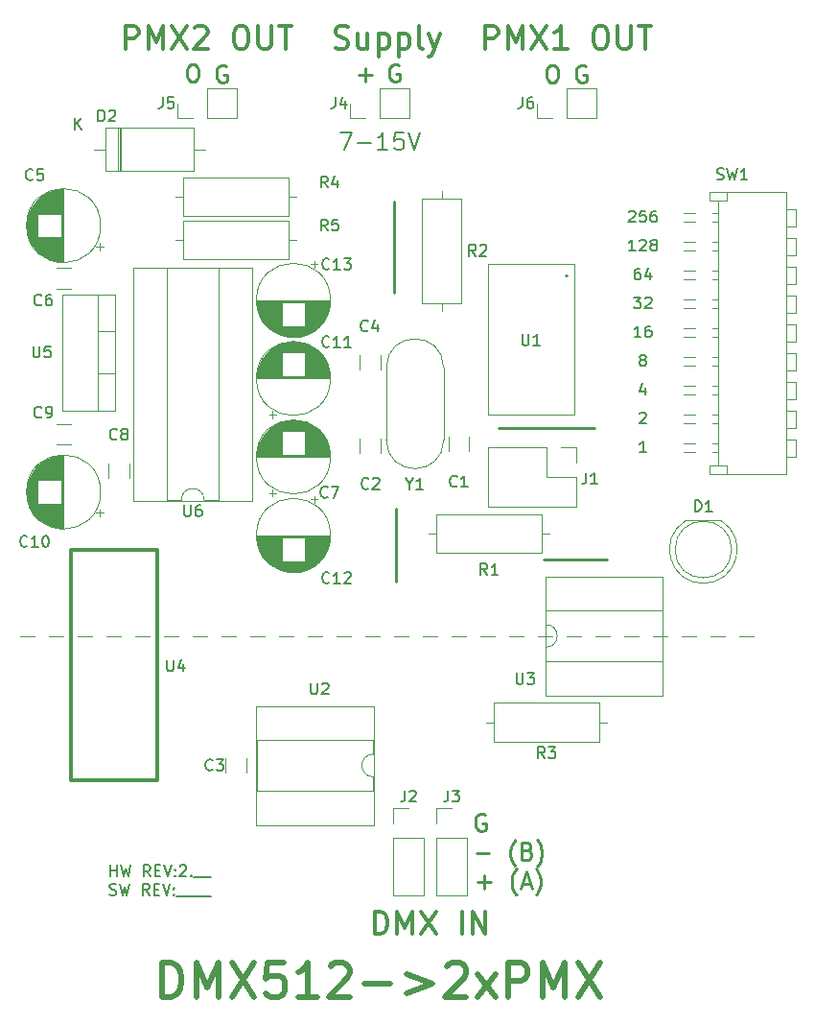
<source format=gbr>
G04 #@! TF.GenerationSoftware,KiCad,Pcbnew,(5.1.8)-1*
G04 #@! TF.CreationDate,2021-03-27T20:02:36+01:00*
G04 #@! TF.ProjectId,DMX2PMX,444d5832-504d-4582-9e6b-696361645f70,0.2*
G04 #@! TF.SameCoordinates,Original*
G04 #@! TF.FileFunction,Legend,Top*
G04 #@! TF.FilePolarity,Positive*
%FSLAX46Y46*%
G04 Gerber Fmt 4.6, Leading zero omitted, Abs format (unit mm)*
G04 Created by KiCad (PCBNEW (5.1.8)-1) date 2021-03-27 20:02:36*
%MOMM*%
%LPD*%
G01*
G04 APERTURE LIST*
%ADD10C,0.200000*%
%ADD11C,0.240000*%
%ADD12C,0.250000*%
%ADD13C,0.300000*%
%ADD14C,0.150000*%
%ADD15C,0.120000*%
%ADD16C,0.500000*%
G04 APERTURE END LIST*
D10*
X89210000Y-60392571D02*
X90210000Y-60392571D01*
X89567142Y-61892571D01*
X90781428Y-61321142D02*
X91924285Y-61321142D01*
X93424285Y-61892571D02*
X92567142Y-61892571D01*
X92995714Y-61892571D02*
X92995714Y-60392571D01*
X92852857Y-60606857D01*
X92710000Y-60749714D01*
X92567142Y-60821142D01*
X94781428Y-60392571D02*
X94067142Y-60392571D01*
X93995714Y-61106857D01*
X94067142Y-61035428D01*
X94210000Y-60964000D01*
X94567142Y-60964000D01*
X94710000Y-61035428D01*
X94781428Y-61106857D01*
X94852857Y-61249714D01*
X94852857Y-61606857D01*
X94781428Y-61749714D01*
X94710000Y-61821142D01*
X94567142Y-61892571D01*
X94210000Y-61892571D01*
X94067142Y-61821142D01*
X93995714Y-61749714D01*
X95281428Y-60392571D02*
X95781428Y-61892571D01*
X96281428Y-60392571D01*
D11*
X93980000Y-66421000D02*
X93980000Y-74485500D01*
X107188000Y-98044000D02*
X112776000Y-98044000D01*
D12*
X94372857Y-54435000D02*
X94230000Y-54363571D01*
X94015714Y-54363571D01*
X93801428Y-54435000D01*
X93658571Y-54577857D01*
X93587142Y-54720714D01*
X93515714Y-55006428D01*
X93515714Y-55220714D01*
X93587142Y-55506428D01*
X93658571Y-55649285D01*
X93801428Y-55792142D01*
X94015714Y-55863571D01*
X94158571Y-55863571D01*
X94372857Y-55792142D01*
X94444285Y-55720714D01*
X94444285Y-55220714D01*
X94158571Y-55220714D01*
X90868571Y-55292142D02*
X92011428Y-55292142D01*
X91440000Y-55863571D02*
X91440000Y-54720714D01*
D13*
X88773571Y-52879523D02*
X89059285Y-52974761D01*
X89535476Y-52974761D01*
X89725952Y-52879523D01*
X89821190Y-52784285D01*
X89916428Y-52593809D01*
X89916428Y-52403333D01*
X89821190Y-52212857D01*
X89725952Y-52117619D01*
X89535476Y-52022380D01*
X89154523Y-51927142D01*
X88964047Y-51831904D01*
X88868809Y-51736666D01*
X88773571Y-51546190D01*
X88773571Y-51355714D01*
X88868809Y-51165238D01*
X88964047Y-51070000D01*
X89154523Y-50974761D01*
X89630714Y-50974761D01*
X89916428Y-51070000D01*
X91630714Y-51641428D02*
X91630714Y-52974761D01*
X90773571Y-51641428D02*
X90773571Y-52689047D01*
X90868809Y-52879523D01*
X91059285Y-52974761D01*
X91345000Y-52974761D01*
X91535476Y-52879523D01*
X91630714Y-52784285D01*
X92583095Y-51641428D02*
X92583095Y-53641428D01*
X92583095Y-51736666D02*
X92773571Y-51641428D01*
X93154523Y-51641428D01*
X93345000Y-51736666D01*
X93440238Y-51831904D01*
X93535476Y-52022380D01*
X93535476Y-52593809D01*
X93440238Y-52784285D01*
X93345000Y-52879523D01*
X93154523Y-52974761D01*
X92773571Y-52974761D01*
X92583095Y-52879523D01*
X94392619Y-51641428D02*
X94392619Y-53641428D01*
X94392619Y-51736666D02*
X94583095Y-51641428D01*
X94964047Y-51641428D01*
X95154523Y-51736666D01*
X95249761Y-51831904D01*
X95345000Y-52022380D01*
X95345000Y-52593809D01*
X95249761Y-52784285D01*
X95154523Y-52879523D01*
X94964047Y-52974761D01*
X94583095Y-52974761D01*
X94392619Y-52879523D01*
X96487857Y-52974761D02*
X96297380Y-52879523D01*
X96202142Y-52689047D01*
X96202142Y-50974761D01*
X97059285Y-51641428D02*
X97535476Y-52974761D01*
X98011666Y-51641428D02*
X97535476Y-52974761D01*
X97345000Y-53450952D01*
X97249761Y-53546190D01*
X97059285Y-53641428D01*
X70279523Y-52974761D02*
X70279523Y-50974761D01*
X71041428Y-50974761D01*
X71231904Y-51070000D01*
X71327142Y-51165238D01*
X71422380Y-51355714D01*
X71422380Y-51641428D01*
X71327142Y-51831904D01*
X71231904Y-51927142D01*
X71041428Y-52022380D01*
X70279523Y-52022380D01*
X72279523Y-52974761D02*
X72279523Y-50974761D01*
X72946190Y-52403333D01*
X73612857Y-50974761D01*
X73612857Y-52974761D01*
X74374761Y-50974761D02*
X75708095Y-52974761D01*
X75708095Y-50974761D02*
X74374761Y-52974761D01*
X76374761Y-51165238D02*
X76470000Y-51070000D01*
X76660476Y-50974761D01*
X77136666Y-50974761D01*
X77327142Y-51070000D01*
X77422380Y-51165238D01*
X77517619Y-51355714D01*
X77517619Y-51546190D01*
X77422380Y-51831904D01*
X76279523Y-52974761D01*
X77517619Y-52974761D01*
X80279523Y-50974761D02*
X80660476Y-50974761D01*
X80850952Y-51070000D01*
X81041428Y-51260476D01*
X81136666Y-51641428D01*
X81136666Y-52308095D01*
X81041428Y-52689047D01*
X80850952Y-52879523D01*
X80660476Y-52974761D01*
X80279523Y-52974761D01*
X80089047Y-52879523D01*
X79898571Y-52689047D01*
X79803333Y-52308095D01*
X79803333Y-51641428D01*
X79898571Y-51260476D01*
X80089047Y-51070000D01*
X80279523Y-50974761D01*
X81993809Y-50974761D02*
X81993809Y-52593809D01*
X82089047Y-52784285D01*
X82184285Y-52879523D01*
X82374761Y-52974761D01*
X82755714Y-52974761D01*
X82946190Y-52879523D01*
X83041428Y-52784285D01*
X83136666Y-52593809D01*
X83136666Y-50974761D01*
X83803333Y-50974761D02*
X84946190Y-50974761D01*
X84374761Y-52974761D02*
X84374761Y-50974761D01*
D11*
X94107000Y-93535500D02*
X94107000Y-99949000D01*
X103187500Y-86423500D02*
X111633000Y-86423500D01*
D14*
X68915595Y-125992380D02*
X68915595Y-124992380D01*
X68915595Y-125468571D02*
X69487023Y-125468571D01*
X69487023Y-125992380D02*
X69487023Y-124992380D01*
X69867976Y-124992380D02*
X70106071Y-125992380D01*
X70296547Y-125278095D01*
X70487023Y-125992380D01*
X70725119Y-124992380D01*
X72439404Y-125992380D02*
X72106071Y-125516190D01*
X71867976Y-125992380D02*
X71867976Y-124992380D01*
X72248928Y-124992380D01*
X72344166Y-125040000D01*
X72391785Y-125087619D01*
X72439404Y-125182857D01*
X72439404Y-125325714D01*
X72391785Y-125420952D01*
X72344166Y-125468571D01*
X72248928Y-125516190D01*
X71867976Y-125516190D01*
X72867976Y-125468571D02*
X73201309Y-125468571D01*
X73344166Y-125992380D02*
X72867976Y-125992380D01*
X72867976Y-124992380D01*
X73344166Y-124992380D01*
X73629880Y-124992380D02*
X73963214Y-125992380D01*
X74296547Y-124992380D01*
X74629880Y-125897142D02*
X74677500Y-125944761D01*
X74629880Y-125992380D01*
X74582261Y-125944761D01*
X74629880Y-125897142D01*
X74629880Y-125992380D01*
X74629880Y-125373333D02*
X74677500Y-125420952D01*
X74629880Y-125468571D01*
X74582261Y-125420952D01*
X74629880Y-125373333D01*
X74629880Y-125468571D01*
X75058452Y-125087619D02*
X75106071Y-125040000D01*
X75201309Y-124992380D01*
X75439404Y-124992380D01*
X75534642Y-125040000D01*
X75582261Y-125087619D01*
X75629880Y-125182857D01*
X75629880Y-125278095D01*
X75582261Y-125420952D01*
X75010833Y-125992380D01*
X75629880Y-125992380D01*
X76058452Y-125897142D02*
X76106071Y-125944761D01*
X76058452Y-125992380D01*
X76010833Y-125944761D01*
X76058452Y-125897142D01*
X76058452Y-125992380D01*
X76296547Y-126087619D02*
X77058452Y-126087619D01*
X77058452Y-126087619D02*
X77820357Y-126087619D01*
X68867976Y-127594761D02*
X69010833Y-127642380D01*
X69248928Y-127642380D01*
X69344166Y-127594761D01*
X69391785Y-127547142D01*
X69439404Y-127451904D01*
X69439404Y-127356666D01*
X69391785Y-127261428D01*
X69344166Y-127213809D01*
X69248928Y-127166190D01*
X69058452Y-127118571D01*
X68963214Y-127070952D01*
X68915595Y-127023333D01*
X68867976Y-126928095D01*
X68867976Y-126832857D01*
X68915595Y-126737619D01*
X68963214Y-126690000D01*
X69058452Y-126642380D01*
X69296547Y-126642380D01*
X69439404Y-126690000D01*
X69772738Y-126642380D02*
X70010833Y-127642380D01*
X70201309Y-126928095D01*
X70391785Y-127642380D01*
X70629880Y-126642380D01*
X72344166Y-127642380D02*
X72010833Y-127166190D01*
X71772738Y-127642380D02*
X71772738Y-126642380D01*
X72153690Y-126642380D01*
X72248928Y-126690000D01*
X72296547Y-126737619D01*
X72344166Y-126832857D01*
X72344166Y-126975714D01*
X72296547Y-127070952D01*
X72248928Y-127118571D01*
X72153690Y-127166190D01*
X71772738Y-127166190D01*
X72772738Y-127118571D02*
X73106071Y-127118571D01*
X73248928Y-127642380D02*
X72772738Y-127642380D01*
X72772738Y-126642380D01*
X73248928Y-126642380D01*
X73534642Y-126642380D02*
X73867976Y-127642380D01*
X74201309Y-126642380D01*
X74534642Y-127547142D02*
X74582261Y-127594761D01*
X74534642Y-127642380D01*
X74487023Y-127594761D01*
X74534642Y-127547142D01*
X74534642Y-127642380D01*
X74534642Y-127023333D02*
X74582261Y-127070952D01*
X74534642Y-127118571D01*
X74487023Y-127070952D01*
X74534642Y-127023333D01*
X74534642Y-127118571D01*
X74772738Y-127737619D02*
X75534642Y-127737619D01*
X75534642Y-127737619D02*
X76296547Y-127737619D01*
X76296547Y-127737619D02*
X77058452Y-127737619D01*
X77058452Y-127737619D02*
X77820357Y-127737619D01*
X109220000Y-72937642D02*
X109267619Y-72985261D01*
X109220000Y-73032880D01*
X109172380Y-72985261D01*
X109220000Y-72937642D01*
X109220000Y-73032880D01*
D15*
X102235000Y-85280500D02*
X102235000Y-71945500D01*
X109855000Y-85280500D02*
X102235000Y-85280500D01*
X109855000Y-71945500D02*
X109855000Y-85280500D01*
X102235000Y-71945500D02*
X109855000Y-71945500D01*
D14*
X114712904Y-67365619D02*
X114760523Y-67318000D01*
X114855761Y-67270380D01*
X115093857Y-67270380D01*
X115189095Y-67318000D01*
X115236714Y-67365619D01*
X115284333Y-67460857D01*
X115284333Y-67556095D01*
X115236714Y-67698952D01*
X114665285Y-68270380D01*
X115284333Y-68270380D01*
X116189095Y-67270380D02*
X115712904Y-67270380D01*
X115665285Y-67746571D01*
X115712904Y-67698952D01*
X115808142Y-67651333D01*
X116046238Y-67651333D01*
X116141476Y-67698952D01*
X116189095Y-67746571D01*
X116236714Y-67841809D01*
X116236714Y-68079904D01*
X116189095Y-68175142D01*
X116141476Y-68222761D01*
X116046238Y-68270380D01*
X115808142Y-68270380D01*
X115712904Y-68222761D01*
X115665285Y-68175142D01*
X117093857Y-67270380D02*
X116903380Y-67270380D01*
X116808142Y-67318000D01*
X116760523Y-67365619D01*
X116665285Y-67508476D01*
X116617666Y-67698952D01*
X116617666Y-68079904D01*
X116665285Y-68175142D01*
X116712904Y-68222761D01*
X116808142Y-68270380D01*
X116998619Y-68270380D01*
X117093857Y-68222761D01*
X117141476Y-68175142D01*
X117189095Y-68079904D01*
X117189095Y-67841809D01*
X117141476Y-67746571D01*
X117093857Y-67698952D01*
X116998619Y-67651333D01*
X116808142Y-67651333D01*
X116712904Y-67698952D01*
X116665285Y-67746571D01*
X116617666Y-67841809D01*
X115284333Y-70810380D02*
X114712904Y-70810380D01*
X114998619Y-70810380D02*
X114998619Y-69810380D01*
X114903380Y-69953238D01*
X114808142Y-70048476D01*
X114712904Y-70096095D01*
X115665285Y-69905619D02*
X115712904Y-69858000D01*
X115808142Y-69810380D01*
X116046238Y-69810380D01*
X116141476Y-69858000D01*
X116189095Y-69905619D01*
X116236714Y-70000857D01*
X116236714Y-70096095D01*
X116189095Y-70238952D01*
X115617666Y-70810380D01*
X116236714Y-70810380D01*
X116808142Y-70238952D02*
X116712904Y-70191333D01*
X116665285Y-70143714D01*
X116617666Y-70048476D01*
X116617666Y-70000857D01*
X116665285Y-69905619D01*
X116712904Y-69858000D01*
X116808142Y-69810380D01*
X116998619Y-69810380D01*
X117093857Y-69858000D01*
X117141476Y-69905619D01*
X117189095Y-70000857D01*
X117189095Y-70048476D01*
X117141476Y-70143714D01*
X117093857Y-70191333D01*
X116998619Y-70238952D01*
X116808142Y-70238952D01*
X116712904Y-70286571D01*
X116665285Y-70334190D01*
X116617666Y-70429428D01*
X116617666Y-70619904D01*
X116665285Y-70715142D01*
X116712904Y-70762761D01*
X116808142Y-70810380D01*
X116998619Y-70810380D01*
X117093857Y-70762761D01*
X117141476Y-70715142D01*
X117189095Y-70619904D01*
X117189095Y-70429428D01*
X117141476Y-70334190D01*
X117093857Y-70286571D01*
X116998619Y-70238952D01*
X115665285Y-72350380D02*
X115474809Y-72350380D01*
X115379571Y-72398000D01*
X115331952Y-72445619D01*
X115236714Y-72588476D01*
X115189095Y-72778952D01*
X115189095Y-73159904D01*
X115236714Y-73255142D01*
X115284333Y-73302761D01*
X115379571Y-73350380D01*
X115570047Y-73350380D01*
X115665285Y-73302761D01*
X115712904Y-73255142D01*
X115760523Y-73159904D01*
X115760523Y-72921809D01*
X115712904Y-72826571D01*
X115665285Y-72778952D01*
X115570047Y-72731333D01*
X115379571Y-72731333D01*
X115284333Y-72778952D01*
X115236714Y-72826571D01*
X115189095Y-72921809D01*
X116617666Y-72683714D02*
X116617666Y-73350380D01*
X116379571Y-72302761D02*
X116141476Y-73017047D01*
X116760523Y-73017047D01*
X115141476Y-74890380D02*
X115760523Y-74890380D01*
X115427190Y-75271333D01*
X115570047Y-75271333D01*
X115665285Y-75318952D01*
X115712904Y-75366571D01*
X115760523Y-75461809D01*
X115760523Y-75699904D01*
X115712904Y-75795142D01*
X115665285Y-75842761D01*
X115570047Y-75890380D01*
X115284333Y-75890380D01*
X115189095Y-75842761D01*
X115141476Y-75795142D01*
X116141476Y-74985619D02*
X116189095Y-74938000D01*
X116284333Y-74890380D01*
X116522428Y-74890380D01*
X116617666Y-74938000D01*
X116665285Y-74985619D01*
X116712904Y-75080857D01*
X116712904Y-75176095D01*
X116665285Y-75318952D01*
X116093857Y-75890380D01*
X116712904Y-75890380D01*
X115760523Y-78430380D02*
X115189095Y-78430380D01*
X115474809Y-78430380D02*
X115474809Y-77430380D01*
X115379571Y-77573238D01*
X115284333Y-77668476D01*
X115189095Y-77716095D01*
X116617666Y-77430380D02*
X116427190Y-77430380D01*
X116331952Y-77478000D01*
X116284333Y-77525619D01*
X116189095Y-77668476D01*
X116141476Y-77858952D01*
X116141476Y-78239904D01*
X116189095Y-78335142D01*
X116236714Y-78382761D01*
X116331952Y-78430380D01*
X116522428Y-78430380D01*
X116617666Y-78382761D01*
X116665285Y-78335142D01*
X116712904Y-78239904D01*
X116712904Y-78001809D01*
X116665285Y-77906571D01*
X116617666Y-77858952D01*
X116522428Y-77811333D01*
X116331952Y-77811333D01*
X116236714Y-77858952D01*
X116189095Y-77906571D01*
X116141476Y-78001809D01*
X115855761Y-80398952D02*
X115760523Y-80351333D01*
X115712904Y-80303714D01*
X115665285Y-80208476D01*
X115665285Y-80160857D01*
X115712904Y-80065619D01*
X115760523Y-80018000D01*
X115855761Y-79970380D01*
X116046238Y-79970380D01*
X116141476Y-80018000D01*
X116189095Y-80065619D01*
X116236714Y-80160857D01*
X116236714Y-80208476D01*
X116189095Y-80303714D01*
X116141476Y-80351333D01*
X116046238Y-80398952D01*
X115855761Y-80398952D01*
X115760523Y-80446571D01*
X115712904Y-80494190D01*
X115665285Y-80589428D01*
X115665285Y-80779904D01*
X115712904Y-80875142D01*
X115760523Y-80922761D01*
X115855761Y-80970380D01*
X116046238Y-80970380D01*
X116141476Y-80922761D01*
X116189095Y-80875142D01*
X116236714Y-80779904D01*
X116236714Y-80589428D01*
X116189095Y-80494190D01*
X116141476Y-80446571D01*
X116046238Y-80398952D01*
X116141476Y-82843714D02*
X116141476Y-83510380D01*
X115903380Y-82462761D02*
X115665285Y-83177047D01*
X116284333Y-83177047D01*
X115665285Y-85145619D02*
X115712904Y-85098000D01*
X115808142Y-85050380D01*
X116046238Y-85050380D01*
X116141476Y-85098000D01*
X116189095Y-85145619D01*
X116236714Y-85240857D01*
X116236714Y-85336095D01*
X116189095Y-85478952D01*
X115617666Y-86050380D01*
X116236714Y-86050380D01*
X116236714Y-88590380D02*
X115665285Y-88590380D01*
X115951000Y-88590380D02*
X115951000Y-87590380D01*
X115855761Y-87733238D01*
X115760523Y-87828476D01*
X115665285Y-87876095D01*
D16*
X73495714Y-136612142D02*
X73495714Y-133612142D01*
X74210000Y-133612142D01*
X74638571Y-133755000D01*
X74924285Y-134040714D01*
X75067142Y-134326428D01*
X75210000Y-134897857D01*
X75210000Y-135326428D01*
X75067142Y-135897857D01*
X74924285Y-136183571D01*
X74638571Y-136469285D01*
X74210000Y-136612142D01*
X73495714Y-136612142D01*
X76495714Y-136612142D02*
X76495714Y-133612142D01*
X77495714Y-135755000D01*
X78495714Y-133612142D01*
X78495714Y-136612142D01*
X79638571Y-133612142D02*
X81638571Y-136612142D01*
X81638571Y-133612142D02*
X79638571Y-136612142D01*
X84210000Y-133612142D02*
X82781428Y-133612142D01*
X82638571Y-135040714D01*
X82781428Y-134897857D01*
X83067142Y-134755000D01*
X83781428Y-134755000D01*
X84067142Y-134897857D01*
X84210000Y-135040714D01*
X84352857Y-135326428D01*
X84352857Y-136040714D01*
X84210000Y-136326428D01*
X84067142Y-136469285D01*
X83781428Y-136612142D01*
X83067142Y-136612142D01*
X82781428Y-136469285D01*
X82638571Y-136326428D01*
X87210000Y-136612142D02*
X85495714Y-136612142D01*
X86352857Y-136612142D02*
X86352857Y-133612142D01*
X86067142Y-134040714D01*
X85781428Y-134326428D01*
X85495714Y-134469285D01*
X88352857Y-133897857D02*
X88495714Y-133755000D01*
X88781428Y-133612142D01*
X89495714Y-133612142D01*
X89781428Y-133755000D01*
X89924285Y-133897857D01*
X90067142Y-134183571D01*
X90067142Y-134469285D01*
X89924285Y-134897857D01*
X88210000Y-136612142D01*
X90067142Y-136612142D01*
X91352857Y-135469285D02*
X93638571Y-135469285D01*
X95067142Y-134612142D02*
X97352857Y-135469285D01*
X95067142Y-136326428D01*
X98638571Y-133897857D02*
X98781428Y-133755000D01*
X99067142Y-133612142D01*
X99781428Y-133612142D01*
X100067142Y-133755000D01*
X100210000Y-133897857D01*
X100352857Y-134183571D01*
X100352857Y-134469285D01*
X100210000Y-134897857D01*
X98495714Y-136612142D01*
X100352857Y-136612142D01*
X101352857Y-136612142D02*
X102924285Y-134612142D01*
X101352857Y-134612142D02*
X102924285Y-136612142D01*
X104067142Y-136612142D02*
X104067142Y-133612142D01*
X105210000Y-133612142D01*
X105495714Y-133755000D01*
X105638571Y-133897857D01*
X105781428Y-134183571D01*
X105781428Y-134612142D01*
X105638571Y-134897857D01*
X105495714Y-135040714D01*
X105210000Y-135183571D01*
X104067142Y-135183571D01*
X107067142Y-136612142D02*
X107067142Y-133612142D01*
X108067142Y-135755000D01*
X109067142Y-133612142D01*
X109067142Y-136612142D01*
X110209999Y-133612142D02*
X112209999Y-136612142D01*
X112209999Y-133612142D02*
X110209999Y-136612142D01*
D13*
X102029523Y-52974761D02*
X102029523Y-50974761D01*
X102791428Y-50974761D01*
X102981904Y-51070000D01*
X103077142Y-51165238D01*
X103172380Y-51355714D01*
X103172380Y-51641428D01*
X103077142Y-51831904D01*
X102981904Y-51927142D01*
X102791428Y-52022380D01*
X102029523Y-52022380D01*
X104029523Y-52974761D02*
X104029523Y-50974761D01*
X104696190Y-52403333D01*
X105362857Y-50974761D01*
X105362857Y-52974761D01*
X106124761Y-50974761D02*
X107458095Y-52974761D01*
X107458095Y-50974761D02*
X106124761Y-52974761D01*
X109267619Y-52974761D02*
X108124761Y-52974761D01*
X108696190Y-52974761D02*
X108696190Y-50974761D01*
X108505714Y-51260476D01*
X108315238Y-51450952D01*
X108124761Y-51546190D01*
X112029523Y-50974761D02*
X112410476Y-50974761D01*
X112600952Y-51070000D01*
X112791428Y-51260476D01*
X112886666Y-51641428D01*
X112886666Y-52308095D01*
X112791428Y-52689047D01*
X112600952Y-52879523D01*
X112410476Y-52974761D01*
X112029523Y-52974761D01*
X111839047Y-52879523D01*
X111648571Y-52689047D01*
X111553333Y-52308095D01*
X111553333Y-51641428D01*
X111648571Y-51260476D01*
X111839047Y-51070000D01*
X112029523Y-50974761D01*
X113743809Y-50974761D02*
X113743809Y-52593809D01*
X113839047Y-52784285D01*
X113934285Y-52879523D01*
X114124761Y-52974761D01*
X114505714Y-52974761D01*
X114696190Y-52879523D01*
X114791428Y-52784285D01*
X114886666Y-52593809D01*
X114886666Y-50974761D01*
X115553333Y-50974761D02*
X116696190Y-50974761D01*
X116124761Y-52974761D02*
X116124761Y-50974761D01*
D15*
X125730000Y-104775000D02*
X124460000Y-104775000D01*
X123190000Y-104775000D02*
X121920000Y-104775000D01*
X120650000Y-104775000D02*
X119380000Y-104775000D01*
X118110000Y-104775000D02*
X116840000Y-104775000D01*
X115570000Y-104775000D02*
X114300000Y-104775000D01*
X113030000Y-104775000D02*
X111760000Y-104775000D01*
X110490000Y-104775000D02*
X109220000Y-104775000D01*
X107950000Y-104775000D02*
X106680000Y-104775000D01*
X105410000Y-104775000D02*
X104140000Y-104775000D01*
X102870000Y-104775000D02*
X101600000Y-104775000D01*
X100330000Y-104775000D02*
X99060000Y-104775000D01*
X97790000Y-104775000D02*
X96520000Y-104775000D01*
X95237300Y-104775000D02*
X93967300Y-104775000D01*
X92710000Y-104775000D02*
X91440000Y-104775000D01*
X90170000Y-104775000D02*
X88900000Y-104775000D01*
X87630000Y-104775000D02*
X86360000Y-104775000D01*
X85090000Y-104775000D02*
X83820000Y-104775000D01*
X82550000Y-104775000D02*
X81280000Y-104775000D01*
X80010000Y-104775000D02*
X78740000Y-104775000D01*
X77470000Y-104775000D02*
X76200000Y-104775000D01*
X74930000Y-104775000D02*
X73660000Y-104775000D01*
X72390000Y-104775000D02*
X71120000Y-104775000D01*
X69850000Y-104775000D02*
X68580000Y-104775000D01*
X67310000Y-104775000D02*
X66040000Y-104775000D01*
X64770000Y-104775000D02*
X63500000Y-104775000D01*
X62230000Y-104775000D02*
X60960000Y-104775000D01*
D12*
X79132857Y-54495000D02*
X78990000Y-54423571D01*
X78775714Y-54423571D01*
X78561428Y-54495000D01*
X78418571Y-54637857D01*
X78347142Y-54780714D01*
X78275714Y-55066428D01*
X78275714Y-55280714D01*
X78347142Y-55566428D01*
X78418571Y-55709285D01*
X78561428Y-55852142D01*
X78775714Y-55923571D01*
X78918571Y-55923571D01*
X79132857Y-55852142D01*
X79204285Y-55780714D01*
X79204285Y-55280714D01*
X78918571Y-55280714D01*
X76057142Y-54363571D02*
X76342857Y-54363571D01*
X76485714Y-54435000D01*
X76628571Y-54577857D01*
X76700000Y-54863571D01*
X76700000Y-55363571D01*
X76628571Y-55649285D01*
X76485714Y-55792142D01*
X76342857Y-55863571D01*
X76057142Y-55863571D01*
X75914285Y-55792142D01*
X75771428Y-55649285D01*
X75700000Y-55363571D01*
X75700000Y-54863571D01*
X75771428Y-54577857D01*
X75914285Y-54435000D01*
X76057142Y-54363571D01*
X107807142Y-54423571D02*
X108092857Y-54423571D01*
X108235714Y-54495000D01*
X108378571Y-54637857D01*
X108450000Y-54923571D01*
X108450000Y-55423571D01*
X108378571Y-55709285D01*
X108235714Y-55852142D01*
X108092857Y-55923571D01*
X107807142Y-55923571D01*
X107664285Y-55852142D01*
X107521428Y-55709285D01*
X107450000Y-55423571D01*
X107450000Y-54923571D01*
X107521428Y-54637857D01*
X107664285Y-54495000D01*
X107807142Y-54423571D01*
X110882857Y-54495000D02*
X110740000Y-54423571D01*
X110525714Y-54423571D01*
X110311428Y-54495000D01*
X110168571Y-54637857D01*
X110097142Y-54780714D01*
X110025714Y-55066428D01*
X110025714Y-55280714D01*
X110097142Y-55566428D01*
X110168571Y-55709285D01*
X110311428Y-55852142D01*
X110525714Y-55923571D01*
X110668571Y-55923571D01*
X110882857Y-55852142D01*
X110954285Y-55780714D01*
X110954285Y-55280714D01*
X110668571Y-55280714D01*
X101992857Y-120535000D02*
X101850000Y-120463571D01*
X101635714Y-120463571D01*
X101421428Y-120535000D01*
X101278571Y-120677857D01*
X101207142Y-120820714D01*
X101135714Y-121106428D01*
X101135714Y-121320714D01*
X101207142Y-121606428D01*
X101278571Y-121749285D01*
X101421428Y-121892142D01*
X101635714Y-121963571D01*
X101778571Y-121963571D01*
X101992857Y-121892142D01*
X102064285Y-121820714D01*
X102064285Y-121320714D01*
X101778571Y-121320714D01*
X101247142Y-123932142D02*
X102390000Y-123932142D01*
X104675714Y-125075000D02*
X104604285Y-125003571D01*
X104461428Y-124789285D01*
X104390000Y-124646428D01*
X104318571Y-124432142D01*
X104247142Y-124075000D01*
X104247142Y-123789285D01*
X104318571Y-123432142D01*
X104390000Y-123217857D01*
X104461428Y-123075000D01*
X104604285Y-122860714D01*
X104675714Y-122789285D01*
X105747142Y-123717857D02*
X105961428Y-123789285D01*
X106032857Y-123860714D01*
X106104285Y-124003571D01*
X106104285Y-124217857D01*
X106032857Y-124360714D01*
X105961428Y-124432142D01*
X105818571Y-124503571D01*
X105247142Y-124503571D01*
X105247142Y-123003571D01*
X105747142Y-123003571D01*
X105890000Y-123075000D01*
X105961428Y-123146428D01*
X106032857Y-123289285D01*
X106032857Y-123432142D01*
X105961428Y-123575000D01*
X105890000Y-123646428D01*
X105747142Y-123717857D01*
X105247142Y-123717857D01*
X106604285Y-125075000D02*
X106675714Y-125003571D01*
X106818571Y-124789285D01*
X106890000Y-124646428D01*
X106961428Y-124432142D01*
X107032857Y-124075000D01*
X107032857Y-123789285D01*
X106961428Y-123432142D01*
X106890000Y-123217857D01*
X106818571Y-123075000D01*
X106675714Y-122860714D01*
X106604285Y-122789285D01*
X101354285Y-126472142D02*
X102497142Y-126472142D01*
X101925714Y-127043571D02*
X101925714Y-125900714D01*
X104782857Y-127615000D02*
X104711428Y-127543571D01*
X104568571Y-127329285D01*
X104497142Y-127186428D01*
X104425714Y-126972142D01*
X104354285Y-126615000D01*
X104354285Y-126329285D01*
X104425714Y-125972142D01*
X104497142Y-125757857D01*
X104568571Y-125615000D01*
X104711428Y-125400714D01*
X104782857Y-125329285D01*
X105282857Y-126615000D02*
X105997142Y-126615000D01*
X105140000Y-127043571D02*
X105640000Y-125543571D01*
X106140000Y-127043571D01*
X106497142Y-127615000D02*
X106568571Y-127543571D01*
X106711428Y-127329285D01*
X106782857Y-127186428D01*
X106854285Y-126972142D01*
X106925714Y-126615000D01*
X106925714Y-126329285D01*
X106854285Y-125972142D01*
X106782857Y-125757857D01*
X106711428Y-125615000D01*
X106568571Y-125400714D01*
X106497142Y-125329285D01*
D13*
X92250238Y-131079761D02*
X92250238Y-129079761D01*
X92726428Y-129079761D01*
X93012142Y-129175000D01*
X93202619Y-129365476D01*
X93297857Y-129555952D01*
X93393095Y-129936904D01*
X93393095Y-130222619D01*
X93297857Y-130603571D01*
X93202619Y-130794047D01*
X93012142Y-130984523D01*
X92726428Y-131079761D01*
X92250238Y-131079761D01*
X94250238Y-131079761D02*
X94250238Y-129079761D01*
X94916904Y-130508333D01*
X95583571Y-129079761D01*
X95583571Y-131079761D01*
X96345476Y-129079761D02*
X97678809Y-131079761D01*
X97678809Y-129079761D02*
X96345476Y-131079761D01*
X99964523Y-131079761D02*
X99964523Y-129079761D01*
X100916904Y-131079761D02*
X100916904Y-129079761D01*
X102059761Y-131079761D01*
X102059761Y-129079761D01*
D15*
X65419000Y-87915000D02*
X64161000Y-87915000D01*
X65419000Y-86075000D02*
X64161000Y-86075000D01*
X75390000Y-68130000D02*
X75390000Y-71570000D01*
X75390000Y-71570000D02*
X84630000Y-71570000D01*
X84630000Y-71570000D02*
X84630000Y-68130000D01*
X84630000Y-68130000D02*
X75390000Y-68130000D01*
X74700000Y-69850000D02*
X75390000Y-69850000D01*
X85320000Y-69850000D02*
X84630000Y-69850000D01*
X75390000Y-64320000D02*
X75390000Y-67760000D01*
X75390000Y-67760000D02*
X84630000Y-67760000D01*
X84630000Y-67760000D02*
X84630000Y-64320000D01*
X84630000Y-64320000D02*
X75390000Y-64320000D01*
X74700000Y-66040000D02*
X75390000Y-66040000D01*
X85320000Y-66040000D02*
X84630000Y-66040000D01*
X77200000Y-92770000D02*
X78450000Y-92770000D01*
X78450000Y-92770000D02*
X78450000Y-72330000D01*
X78450000Y-72330000D02*
X73950000Y-72330000D01*
X73950000Y-72330000D02*
X73950000Y-92770000D01*
X73950000Y-92770000D02*
X75200000Y-92770000D01*
X81450000Y-92830000D02*
X81450000Y-72270000D01*
X81450000Y-72270000D02*
X70950000Y-72270000D01*
X70950000Y-72270000D02*
X70950000Y-92830000D01*
X70950000Y-92830000D02*
X81450000Y-92830000D01*
X75200000Y-92770000D02*
G75*
G02*
X77200000Y-92770000I1000000J0D01*
G01*
D13*
X73025000Y-97155000D02*
X73025000Y-117475000D01*
X73025000Y-117475000D02*
X65405000Y-117475000D01*
X65405000Y-117475000D02*
X65405000Y-97155000D01*
X65405000Y-97155000D02*
X73025000Y-97155000D01*
D15*
X128600200Y-65620900D02*
X121869200Y-65620900D01*
X121869200Y-90512900D02*
X128600200Y-90512900D01*
X129413000Y-87439500D02*
X129413000Y-88988900D01*
X129413000Y-88988900D02*
X128600200Y-88988900D01*
X129413000Y-87439500D02*
X128600200Y-87439500D01*
X129413000Y-84899500D02*
X129413000Y-86448900D01*
X129413000Y-86448900D02*
X128600200Y-86448900D01*
X129413000Y-84899500D02*
X128600200Y-84899500D01*
X129413000Y-82359500D02*
X129413000Y-83908900D01*
X129413000Y-83908900D02*
X128600200Y-83908900D01*
X129413000Y-82359500D02*
X128600200Y-82359500D01*
X129413000Y-79819500D02*
X129413000Y-81368900D01*
X129413000Y-81368900D02*
X128600200Y-81368900D01*
X129413000Y-79819500D02*
X128600200Y-79819500D01*
X129413000Y-77279500D02*
X129413000Y-78828900D01*
X129413000Y-78828900D02*
X128600200Y-78828900D01*
X129413000Y-77279500D02*
X128600200Y-77279500D01*
X129413000Y-74739500D02*
X129413000Y-76288900D01*
X129413000Y-76288900D02*
X128600200Y-76288900D01*
X129413000Y-74739500D02*
X128600200Y-74739500D01*
X129413000Y-72199500D02*
X129413000Y-73748900D01*
X129413000Y-73748900D02*
X128600200Y-73748900D01*
X129413000Y-72199500D02*
X128600200Y-72199500D01*
X129413000Y-69659500D02*
X129413000Y-71208900D01*
X129413000Y-71208900D02*
X128600200Y-71208900D01*
X129413000Y-69659500D02*
X128600200Y-69659500D01*
X129413000Y-67119500D02*
X128600200Y-67119500D01*
X129413000Y-68668900D02*
X128600200Y-68668900D01*
X129413000Y-67119500D02*
X129413000Y-68668900D01*
X122631200Y-89750900D02*
X123393200Y-89750900D01*
X123393200Y-90512900D02*
X123393200Y-89750900D01*
X122631200Y-66382900D02*
X123393200Y-66382900D01*
X123393200Y-66382900D02*
X123393200Y-65620900D01*
X122047000Y-88582500D02*
X122631200Y-88582500D01*
X122631200Y-87820500D02*
X122047000Y-87820500D01*
X122047000Y-86042500D02*
X122631200Y-86042500D01*
X122631200Y-85280500D02*
X122047000Y-85280500D01*
X122047000Y-83502500D02*
X122631200Y-83502500D01*
X122631200Y-82740500D02*
X122047000Y-82740500D01*
X122047000Y-80962500D02*
X122631200Y-80962500D01*
X122631200Y-80200500D02*
X122047000Y-80200500D01*
X122047000Y-78422500D02*
X122631200Y-78422500D01*
X122631200Y-77660500D02*
X122047000Y-77660500D01*
X122047000Y-75882500D02*
X122631200Y-75882500D01*
X122631200Y-75120500D02*
X122047000Y-75120500D01*
X122047000Y-73342500D02*
X122631200Y-73342500D01*
X122631200Y-72580500D02*
X122047000Y-72580500D01*
X122047000Y-70802500D02*
X122631200Y-70802500D01*
X122631200Y-70040500D02*
X122047000Y-70040500D01*
X122631200Y-67500500D02*
X122047000Y-67500500D01*
X122047000Y-68262500D02*
X122631200Y-68262500D01*
X122631200Y-89750900D02*
X122631200Y-66382900D01*
X121869200Y-90512900D02*
X121869200Y-89750900D01*
X122631200Y-89750900D02*
X121869200Y-89750900D01*
X121869200Y-66382900D02*
X122631200Y-66382900D01*
X121869200Y-65620900D02*
X121869200Y-66382900D01*
X128600200Y-65620900D02*
X128600200Y-90512900D01*
X119507000Y-68262500D02*
X120523000Y-68262500D01*
X120523000Y-67500500D02*
X119507000Y-67500500D01*
X119507000Y-70802500D02*
X120523000Y-70802500D01*
X120523000Y-70040500D02*
X119507000Y-70040500D01*
X119507000Y-73342500D02*
X120523000Y-73342500D01*
X120523000Y-72580500D02*
X119507000Y-72580500D01*
X119507000Y-75882500D02*
X120523000Y-75882500D01*
X120523000Y-75120500D02*
X119507000Y-75120500D01*
X119507000Y-78422500D02*
X120523000Y-78422500D01*
X120523000Y-77660500D02*
X119507000Y-77660500D01*
X119507000Y-80962500D02*
X120523000Y-80962500D01*
X120523000Y-80200500D02*
X119507000Y-80200500D01*
X119507000Y-83502500D02*
X120523000Y-83502500D01*
X120523000Y-82740500D02*
X119507000Y-82740500D01*
X119507000Y-88582500D02*
X120523000Y-88582500D01*
X120523000Y-87820500D02*
X119507000Y-87820500D01*
X120523000Y-85280500D02*
X119507000Y-85280500D01*
X119507000Y-86042500D02*
X120523000Y-86042500D01*
X111820000Y-59115000D02*
X111820000Y-56455000D01*
X109220000Y-59115000D02*
X111820000Y-59115000D01*
X109220000Y-56455000D02*
X111820000Y-56455000D01*
X109220000Y-59115000D02*
X109220000Y-56455000D01*
X107950000Y-59115000D02*
X106620000Y-59115000D01*
X106620000Y-59115000D02*
X106620000Y-57785000D01*
X80070000Y-59115000D02*
X80070000Y-56455000D01*
X77470000Y-59115000D02*
X80070000Y-59115000D01*
X77470000Y-56455000D02*
X80070000Y-56455000D01*
X77470000Y-59115000D02*
X77470000Y-56455000D01*
X76200000Y-59115000D02*
X74870000Y-59115000D01*
X74870000Y-59115000D02*
X74870000Y-57785000D01*
X95310000Y-59115000D02*
X95310000Y-56455000D01*
X92710000Y-59115000D02*
X95310000Y-59115000D01*
X92710000Y-56455000D02*
X95310000Y-56455000D01*
X92710000Y-59115000D02*
X92710000Y-56455000D01*
X91440000Y-59115000D02*
X90110000Y-59115000D01*
X90110000Y-59115000D02*
X90110000Y-57785000D01*
X88360000Y-75164000D02*
G75*
G03*
X88360000Y-75164000I-3270000J0D01*
G01*
X88320000Y-75164000D02*
X81860000Y-75164000D01*
X88320000Y-75204000D02*
X81860000Y-75204000D01*
X88320000Y-75244000D02*
X81860000Y-75244000D01*
X88318000Y-75284000D02*
X81862000Y-75284000D01*
X88317000Y-75324000D02*
X81863000Y-75324000D01*
X88314000Y-75364000D02*
X81866000Y-75364000D01*
X88312000Y-75404000D02*
X86130000Y-75404000D01*
X84050000Y-75404000D02*
X81868000Y-75404000D01*
X88308000Y-75444000D02*
X86130000Y-75444000D01*
X84050000Y-75444000D02*
X81872000Y-75444000D01*
X88305000Y-75484000D02*
X86130000Y-75484000D01*
X84050000Y-75484000D02*
X81875000Y-75484000D01*
X88301000Y-75524000D02*
X86130000Y-75524000D01*
X84050000Y-75524000D02*
X81879000Y-75524000D01*
X88296000Y-75564000D02*
X86130000Y-75564000D01*
X84050000Y-75564000D02*
X81884000Y-75564000D01*
X88291000Y-75604000D02*
X86130000Y-75604000D01*
X84050000Y-75604000D02*
X81889000Y-75604000D01*
X88285000Y-75644000D02*
X86130000Y-75644000D01*
X84050000Y-75644000D02*
X81895000Y-75644000D01*
X88279000Y-75684000D02*
X86130000Y-75684000D01*
X84050000Y-75684000D02*
X81901000Y-75684000D01*
X88272000Y-75724000D02*
X86130000Y-75724000D01*
X84050000Y-75724000D02*
X81908000Y-75724000D01*
X88265000Y-75764000D02*
X86130000Y-75764000D01*
X84050000Y-75764000D02*
X81915000Y-75764000D01*
X88257000Y-75804000D02*
X86130000Y-75804000D01*
X84050000Y-75804000D02*
X81923000Y-75804000D01*
X88249000Y-75844000D02*
X86130000Y-75844000D01*
X84050000Y-75844000D02*
X81931000Y-75844000D01*
X88240000Y-75885000D02*
X86130000Y-75885000D01*
X84050000Y-75885000D02*
X81940000Y-75885000D01*
X88231000Y-75925000D02*
X86130000Y-75925000D01*
X84050000Y-75925000D02*
X81949000Y-75925000D01*
X88221000Y-75965000D02*
X86130000Y-75965000D01*
X84050000Y-75965000D02*
X81959000Y-75965000D01*
X88211000Y-76005000D02*
X86130000Y-76005000D01*
X84050000Y-76005000D02*
X81969000Y-76005000D01*
X88200000Y-76045000D02*
X86130000Y-76045000D01*
X84050000Y-76045000D02*
X81980000Y-76045000D01*
X88188000Y-76085000D02*
X86130000Y-76085000D01*
X84050000Y-76085000D02*
X81992000Y-76085000D01*
X88176000Y-76125000D02*
X86130000Y-76125000D01*
X84050000Y-76125000D02*
X82004000Y-76125000D01*
X88164000Y-76165000D02*
X86130000Y-76165000D01*
X84050000Y-76165000D02*
X82016000Y-76165000D01*
X88151000Y-76205000D02*
X86130000Y-76205000D01*
X84050000Y-76205000D02*
X82029000Y-76205000D01*
X88137000Y-76245000D02*
X86130000Y-76245000D01*
X84050000Y-76245000D02*
X82043000Y-76245000D01*
X88123000Y-76285000D02*
X86130000Y-76285000D01*
X84050000Y-76285000D02*
X82057000Y-76285000D01*
X88108000Y-76325000D02*
X86130000Y-76325000D01*
X84050000Y-76325000D02*
X82072000Y-76325000D01*
X88092000Y-76365000D02*
X86130000Y-76365000D01*
X84050000Y-76365000D02*
X82088000Y-76365000D01*
X88076000Y-76405000D02*
X86130000Y-76405000D01*
X84050000Y-76405000D02*
X82104000Y-76405000D01*
X88060000Y-76445000D02*
X86130000Y-76445000D01*
X84050000Y-76445000D02*
X82120000Y-76445000D01*
X88042000Y-76485000D02*
X86130000Y-76485000D01*
X84050000Y-76485000D02*
X82138000Y-76485000D01*
X88024000Y-76525000D02*
X86130000Y-76525000D01*
X84050000Y-76525000D02*
X82156000Y-76525000D01*
X88006000Y-76565000D02*
X86130000Y-76565000D01*
X84050000Y-76565000D02*
X82174000Y-76565000D01*
X87986000Y-76605000D02*
X86130000Y-76605000D01*
X84050000Y-76605000D02*
X82194000Y-76605000D01*
X87966000Y-76645000D02*
X86130000Y-76645000D01*
X84050000Y-76645000D02*
X82214000Y-76645000D01*
X87946000Y-76685000D02*
X86130000Y-76685000D01*
X84050000Y-76685000D02*
X82234000Y-76685000D01*
X87924000Y-76725000D02*
X86130000Y-76725000D01*
X84050000Y-76725000D02*
X82256000Y-76725000D01*
X87902000Y-76765000D02*
X86130000Y-76765000D01*
X84050000Y-76765000D02*
X82278000Y-76765000D01*
X87880000Y-76805000D02*
X86130000Y-76805000D01*
X84050000Y-76805000D02*
X82300000Y-76805000D01*
X87856000Y-76845000D02*
X86130000Y-76845000D01*
X84050000Y-76845000D02*
X82324000Y-76845000D01*
X87832000Y-76885000D02*
X86130000Y-76885000D01*
X84050000Y-76885000D02*
X82348000Y-76885000D01*
X87806000Y-76925000D02*
X86130000Y-76925000D01*
X84050000Y-76925000D02*
X82374000Y-76925000D01*
X87780000Y-76965000D02*
X86130000Y-76965000D01*
X84050000Y-76965000D02*
X82400000Y-76965000D01*
X87754000Y-77005000D02*
X86130000Y-77005000D01*
X84050000Y-77005000D02*
X82426000Y-77005000D01*
X87726000Y-77045000D02*
X86130000Y-77045000D01*
X84050000Y-77045000D02*
X82454000Y-77045000D01*
X87697000Y-77085000D02*
X86130000Y-77085000D01*
X84050000Y-77085000D02*
X82483000Y-77085000D01*
X87668000Y-77125000D02*
X86130000Y-77125000D01*
X84050000Y-77125000D02*
X82512000Y-77125000D01*
X87638000Y-77165000D02*
X86130000Y-77165000D01*
X84050000Y-77165000D02*
X82542000Y-77165000D01*
X87606000Y-77205000D02*
X86130000Y-77205000D01*
X84050000Y-77205000D02*
X82574000Y-77205000D01*
X87574000Y-77245000D02*
X86130000Y-77245000D01*
X84050000Y-77245000D02*
X82606000Y-77245000D01*
X87540000Y-77285000D02*
X86130000Y-77285000D01*
X84050000Y-77285000D02*
X82640000Y-77285000D01*
X87506000Y-77325000D02*
X86130000Y-77325000D01*
X84050000Y-77325000D02*
X82674000Y-77325000D01*
X87470000Y-77365000D02*
X86130000Y-77365000D01*
X84050000Y-77365000D02*
X82710000Y-77365000D01*
X87433000Y-77405000D02*
X86130000Y-77405000D01*
X84050000Y-77405000D02*
X82747000Y-77405000D01*
X87395000Y-77445000D02*
X86130000Y-77445000D01*
X84050000Y-77445000D02*
X82785000Y-77445000D01*
X87355000Y-77485000D02*
X82825000Y-77485000D01*
X87314000Y-77525000D02*
X82866000Y-77525000D01*
X87272000Y-77565000D02*
X82908000Y-77565000D01*
X87227000Y-77605000D02*
X82953000Y-77605000D01*
X87182000Y-77645000D02*
X82998000Y-77645000D01*
X87134000Y-77685000D02*
X83046000Y-77685000D01*
X87085000Y-77725000D02*
X83095000Y-77725000D01*
X87034000Y-77765000D02*
X83146000Y-77765000D01*
X86980000Y-77805000D02*
X83200000Y-77805000D01*
X86924000Y-77845000D02*
X83256000Y-77845000D01*
X86866000Y-77885000D02*
X83314000Y-77885000D01*
X86804000Y-77925000D02*
X83376000Y-77925000D01*
X86740000Y-77965000D02*
X83440000Y-77965000D01*
X86671000Y-78005000D02*
X83509000Y-78005000D01*
X86599000Y-78045000D02*
X83581000Y-78045000D01*
X86522000Y-78085000D02*
X83658000Y-78085000D01*
X86440000Y-78125000D02*
X83740000Y-78125000D01*
X86352000Y-78165000D02*
X83828000Y-78165000D01*
X86255000Y-78205000D02*
X83925000Y-78205000D01*
X86149000Y-78245000D02*
X84031000Y-78245000D01*
X86030000Y-78285000D02*
X84150000Y-78285000D01*
X85892000Y-78325000D02*
X84288000Y-78325000D01*
X85723000Y-78365000D02*
X84457000Y-78365000D01*
X85492000Y-78405000D02*
X84688000Y-78405000D01*
X86929000Y-71663759D02*
X86929000Y-72293759D01*
X87244000Y-71978759D02*
X86614000Y-71978759D01*
X88360000Y-95905000D02*
G75*
G03*
X88360000Y-95905000I-3270000J0D01*
G01*
X88320000Y-95905000D02*
X81860000Y-95905000D01*
X88320000Y-95945000D02*
X81860000Y-95945000D01*
X88320000Y-95985000D02*
X81860000Y-95985000D01*
X88318000Y-96025000D02*
X81862000Y-96025000D01*
X88317000Y-96065000D02*
X81863000Y-96065000D01*
X88314000Y-96105000D02*
X81866000Y-96105000D01*
X88312000Y-96145000D02*
X86130000Y-96145000D01*
X84050000Y-96145000D02*
X81868000Y-96145000D01*
X88308000Y-96185000D02*
X86130000Y-96185000D01*
X84050000Y-96185000D02*
X81872000Y-96185000D01*
X88305000Y-96225000D02*
X86130000Y-96225000D01*
X84050000Y-96225000D02*
X81875000Y-96225000D01*
X88301000Y-96265000D02*
X86130000Y-96265000D01*
X84050000Y-96265000D02*
X81879000Y-96265000D01*
X88296000Y-96305000D02*
X86130000Y-96305000D01*
X84050000Y-96305000D02*
X81884000Y-96305000D01*
X88291000Y-96345000D02*
X86130000Y-96345000D01*
X84050000Y-96345000D02*
X81889000Y-96345000D01*
X88285000Y-96385000D02*
X86130000Y-96385000D01*
X84050000Y-96385000D02*
X81895000Y-96385000D01*
X88279000Y-96425000D02*
X86130000Y-96425000D01*
X84050000Y-96425000D02*
X81901000Y-96425000D01*
X88272000Y-96465000D02*
X86130000Y-96465000D01*
X84050000Y-96465000D02*
X81908000Y-96465000D01*
X88265000Y-96505000D02*
X86130000Y-96505000D01*
X84050000Y-96505000D02*
X81915000Y-96505000D01*
X88257000Y-96545000D02*
X86130000Y-96545000D01*
X84050000Y-96545000D02*
X81923000Y-96545000D01*
X88249000Y-96585000D02*
X86130000Y-96585000D01*
X84050000Y-96585000D02*
X81931000Y-96585000D01*
X88240000Y-96626000D02*
X86130000Y-96626000D01*
X84050000Y-96626000D02*
X81940000Y-96626000D01*
X88231000Y-96666000D02*
X86130000Y-96666000D01*
X84050000Y-96666000D02*
X81949000Y-96666000D01*
X88221000Y-96706000D02*
X86130000Y-96706000D01*
X84050000Y-96706000D02*
X81959000Y-96706000D01*
X88211000Y-96746000D02*
X86130000Y-96746000D01*
X84050000Y-96746000D02*
X81969000Y-96746000D01*
X88200000Y-96786000D02*
X86130000Y-96786000D01*
X84050000Y-96786000D02*
X81980000Y-96786000D01*
X88188000Y-96826000D02*
X86130000Y-96826000D01*
X84050000Y-96826000D02*
X81992000Y-96826000D01*
X88176000Y-96866000D02*
X86130000Y-96866000D01*
X84050000Y-96866000D02*
X82004000Y-96866000D01*
X88164000Y-96906000D02*
X86130000Y-96906000D01*
X84050000Y-96906000D02*
X82016000Y-96906000D01*
X88151000Y-96946000D02*
X86130000Y-96946000D01*
X84050000Y-96946000D02*
X82029000Y-96946000D01*
X88137000Y-96986000D02*
X86130000Y-96986000D01*
X84050000Y-96986000D02*
X82043000Y-96986000D01*
X88123000Y-97026000D02*
X86130000Y-97026000D01*
X84050000Y-97026000D02*
X82057000Y-97026000D01*
X88108000Y-97066000D02*
X86130000Y-97066000D01*
X84050000Y-97066000D02*
X82072000Y-97066000D01*
X88092000Y-97106000D02*
X86130000Y-97106000D01*
X84050000Y-97106000D02*
X82088000Y-97106000D01*
X88076000Y-97146000D02*
X86130000Y-97146000D01*
X84050000Y-97146000D02*
X82104000Y-97146000D01*
X88060000Y-97186000D02*
X86130000Y-97186000D01*
X84050000Y-97186000D02*
X82120000Y-97186000D01*
X88042000Y-97226000D02*
X86130000Y-97226000D01*
X84050000Y-97226000D02*
X82138000Y-97226000D01*
X88024000Y-97266000D02*
X86130000Y-97266000D01*
X84050000Y-97266000D02*
X82156000Y-97266000D01*
X88006000Y-97306000D02*
X86130000Y-97306000D01*
X84050000Y-97306000D02*
X82174000Y-97306000D01*
X87986000Y-97346000D02*
X86130000Y-97346000D01*
X84050000Y-97346000D02*
X82194000Y-97346000D01*
X87966000Y-97386000D02*
X86130000Y-97386000D01*
X84050000Y-97386000D02*
X82214000Y-97386000D01*
X87946000Y-97426000D02*
X86130000Y-97426000D01*
X84050000Y-97426000D02*
X82234000Y-97426000D01*
X87924000Y-97466000D02*
X86130000Y-97466000D01*
X84050000Y-97466000D02*
X82256000Y-97466000D01*
X87902000Y-97506000D02*
X86130000Y-97506000D01*
X84050000Y-97506000D02*
X82278000Y-97506000D01*
X87880000Y-97546000D02*
X86130000Y-97546000D01*
X84050000Y-97546000D02*
X82300000Y-97546000D01*
X87856000Y-97586000D02*
X86130000Y-97586000D01*
X84050000Y-97586000D02*
X82324000Y-97586000D01*
X87832000Y-97626000D02*
X86130000Y-97626000D01*
X84050000Y-97626000D02*
X82348000Y-97626000D01*
X87806000Y-97666000D02*
X86130000Y-97666000D01*
X84050000Y-97666000D02*
X82374000Y-97666000D01*
X87780000Y-97706000D02*
X86130000Y-97706000D01*
X84050000Y-97706000D02*
X82400000Y-97706000D01*
X87754000Y-97746000D02*
X86130000Y-97746000D01*
X84050000Y-97746000D02*
X82426000Y-97746000D01*
X87726000Y-97786000D02*
X86130000Y-97786000D01*
X84050000Y-97786000D02*
X82454000Y-97786000D01*
X87697000Y-97826000D02*
X86130000Y-97826000D01*
X84050000Y-97826000D02*
X82483000Y-97826000D01*
X87668000Y-97866000D02*
X86130000Y-97866000D01*
X84050000Y-97866000D02*
X82512000Y-97866000D01*
X87638000Y-97906000D02*
X86130000Y-97906000D01*
X84050000Y-97906000D02*
X82542000Y-97906000D01*
X87606000Y-97946000D02*
X86130000Y-97946000D01*
X84050000Y-97946000D02*
X82574000Y-97946000D01*
X87574000Y-97986000D02*
X86130000Y-97986000D01*
X84050000Y-97986000D02*
X82606000Y-97986000D01*
X87540000Y-98026000D02*
X86130000Y-98026000D01*
X84050000Y-98026000D02*
X82640000Y-98026000D01*
X87506000Y-98066000D02*
X86130000Y-98066000D01*
X84050000Y-98066000D02*
X82674000Y-98066000D01*
X87470000Y-98106000D02*
X86130000Y-98106000D01*
X84050000Y-98106000D02*
X82710000Y-98106000D01*
X87433000Y-98146000D02*
X86130000Y-98146000D01*
X84050000Y-98146000D02*
X82747000Y-98146000D01*
X87395000Y-98186000D02*
X86130000Y-98186000D01*
X84050000Y-98186000D02*
X82785000Y-98186000D01*
X87355000Y-98226000D02*
X82825000Y-98226000D01*
X87314000Y-98266000D02*
X82866000Y-98266000D01*
X87272000Y-98306000D02*
X82908000Y-98306000D01*
X87227000Y-98346000D02*
X82953000Y-98346000D01*
X87182000Y-98386000D02*
X82998000Y-98386000D01*
X87134000Y-98426000D02*
X83046000Y-98426000D01*
X87085000Y-98466000D02*
X83095000Y-98466000D01*
X87034000Y-98506000D02*
X83146000Y-98506000D01*
X86980000Y-98546000D02*
X83200000Y-98546000D01*
X86924000Y-98586000D02*
X83256000Y-98586000D01*
X86866000Y-98626000D02*
X83314000Y-98626000D01*
X86804000Y-98666000D02*
X83376000Y-98666000D01*
X86740000Y-98706000D02*
X83440000Y-98706000D01*
X86671000Y-98746000D02*
X83509000Y-98746000D01*
X86599000Y-98786000D02*
X83581000Y-98786000D01*
X86522000Y-98826000D02*
X83658000Y-98826000D01*
X86440000Y-98866000D02*
X83740000Y-98866000D01*
X86352000Y-98906000D02*
X83828000Y-98906000D01*
X86255000Y-98946000D02*
X83925000Y-98946000D01*
X86149000Y-98986000D02*
X84031000Y-98986000D01*
X86030000Y-99026000D02*
X84150000Y-99026000D01*
X85892000Y-99066000D02*
X84288000Y-99066000D01*
X85723000Y-99106000D02*
X84457000Y-99106000D01*
X85492000Y-99146000D02*
X84688000Y-99146000D01*
X86929000Y-92404759D02*
X86929000Y-93034759D01*
X87244000Y-92719759D02*
X86614000Y-92719759D01*
X88360000Y-82062000D02*
G75*
G03*
X88360000Y-82062000I-3270000J0D01*
G01*
X81860000Y-82062000D02*
X88320000Y-82062000D01*
X81860000Y-82022000D02*
X88320000Y-82022000D01*
X81860000Y-81982000D02*
X88320000Y-81982000D01*
X81862000Y-81942000D02*
X88318000Y-81942000D01*
X81863000Y-81902000D02*
X88317000Y-81902000D01*
X81866000Y-81862000D02*
X88314000Y-81862000D01*
X81868000Y-81822000D02*
X84050000Y-81822000D01*
X86130000Y-81822000D02*
X88312000Y-81822000D01*
X81872000Y-81782000D02*
X84050000Y-81782000D01*
X86130000Y-81782000D02*
X88308000Y-81782000D01*
X81875000Y-81742000D02*
X84050000Y-81742000D01*
X86130000Y-81742000D02*
X88305000Y-81742000D01*
X81879000Y-81702000D02*
X84050000Y-81702000D01*
X86130000Y-81702000D02*
X88301000Y-81702000D01*
X81884000Y-81662000D02*
X84050000Y-81662000D01*
X86130000Y-81662000D02*
X88296000Y-81662000D01*
X81889000Y-81622000D02*
X84050000Y-81622000D01*
X86130000Y-81622000D02*
X88291000Y-81622000D01*
X81895000Y-81582000D02*
X84050000Y-81582000D01*
X86130000Y-81582000D02*
X88285000Y-81582000D01*
X81901000Y-81542000D02*
X84050000Y-81542000D01*
X86130000Y-81542000D02*
X88279000Y-81542000D01*
X81908000Y-81502000D02*
X84050000Y-81502000D01*
X86130000Y-81502000D02*
X88272000Y-81502000D01*
X81915000Y-81462000D02*
X84050000Y-81462000D01*
X86130000Y-81462000D02*
X88265000Y-81462000D01*
X81923000Y-81422000D02*
X84050000Y-81422000D01*
X86130000Y-81422000D02*
X88257000Y-81422000D01*
X81931000Y-81382000D02*
X84050000Y-81382000D01*
X86130000Y-81382000D02*
X88249000Y-81382000D01*
X81940000Y-81341000D02*
X84050000Y-81341000D01*
X86130000Y-81341000D02*
X88240000Y-81341000D01*
X81949000Y-81301000D02*
X84050000Y-81301000D01*
X86130000Y-81301000D02*
X88231000Y-81301000D01*
X81959000Y-81261000D02*
X84050000Y-81261000D01*
X86130000Y-81261000D02*
X88221000Y-81261000D01*
X81969000Y-81221000D02*
X84050000Y-81221000D01*
X86130000Y-81221000D02*
X88211000Y-81221000D01*
X81980000Y-81181000D02*
X84050000Y-81181000D01*
X86130000Y-81181000D02*
X88200000Y-81181000D01*
X81992000Y-81141000D02*
X84050000Y-81141000D01*
X86130000Y-81141000D02*
X88188000Y-81141000D01*
X82004000Y-81101000D02*
X84050000Y-81101000D01*
X86130000Y-81101000D02*
X88176000Y-81101000D01*
X82016000Y-81061000D02*
X84050000Y-81061000D01*
X86130000Y-81061000D02*
X88164000Y-81061000D01*
X82029000Y-81021000D02*
X84050000Y-81021000D01*
X86130000Y-81021000D02*
X88151000Y-81021000D01*
X82043000Y-80981000D02*
X84050000Y-80981000D01*
X86130000Y-80981000D02*
X88137000Y-80981000D01*
X82057000Y-80941000D02*
X84050000Y-80941000D01*
X86130000Y-80941000D02*
X88123000Y-80941000D01*
X82072000Y-80901000D02*
X84050000Y-80901000D01*
X86130000Y-80901000D02*
X88108000Y-80901000D01*
X82088000Y-80861000D02*
X84050000Y-80861000D01*
X86130000Y-80861000D02*
X88092000Y-80861000D01*
X82104000Y-80821000D02*
X84050000Y-80821000D01*
X86130000Y-80821000D02*
X88076000Y-80821000D01*
X82120000Y-80781000D02*
X84050000Y-80781000D01*
X86130000Y-80781000D02*
X88060000Y-80781000D01*
X82138000Y-80741000D02*
X84050000Y-80741000D01*
X86130000Y-80741000D02*
X88042000Y-80741000D01*
X82156000Y-80701000D02*
X84050000Y-80701000D01*
X86130000Y-80701000D02*
X88024000Y-80701000D01*
X82174000Y-80661000D02*
X84050000Y-80661000D01*
X86130000Y-80661000D02*
X88006000Y-80661000D01*
X82194000Y-80621000D02*
X84050000Y-80621000D01*
X86130000Y-80621000D02*
X87986000Y-80621000D01*
X82214000Y-80581000D02*
X84050000Y-80581000D01*
X86130000Y-80581000D02*
X87966000Y-80581000D01*
X82234000Y-80541000D02*
X84050000Y-80541000D01*
X86130000Y-80541000D02*
X87946000Y-80541000D01*
X82256000Y-80501000D02*
X84050000Y-80501000D01*
X86130000Y-80501000D02*
X87924000Y-80501000D01*
X82278000Y-80461000D02*
X84050000Y-80461000D01*
X86130000Y-80461000D02*
X87902000Y-80461000D01*
X82300000Y-80421000D02*
X84050000Y-80421000D01*
X86130000Y-80421000D02*
X87880000Y-80421000D01*
X82324000Y-80381000D02*
X84050000Y-80381000D01*
X86130000Y-80381000D02*
X87856000Y-80381000D01*
X82348000Y-80341000D02*
X84050000Y-80341000D01*
X86130000Y-80341000D02*
X87832000Y-80341000D01*
X82374000Y-80301000D02*
X84050000Y-80301000D01*
X86130000Y-80301000D02*
X87806000Y-80301000D01*
X82400000Y-80261000D02*
X84050000Y-80261000D01*
X86130000Y-80261000D02*
X87780000Y-80261000D01*
X82426000Y-80221000D02*
X84050000Y-80221000D01*
X86130000Y-80221000D02*
X87754000Y-80221000D01*
X82454000Y-80181000D02*
X84050000Y-80181000D01*
X86130000Y-80181000D02*
X87726000Y-80181000D01*
X82483000Y-80141000D02*
X84050000Y-80141000D01*
X86130000Y-80141000D02*
X87697000Y-80141000D01*
X82512000Y-80101000D02*
X84050000Y-80101000D01*
X86130000Y-80101000D02*
X87668000Y-80101000D01*
X82542000Y-80061000D02*
X84050000Y-80061000D01*
X86130000Y-80061000D02*
X87638000Y-80061000D01*
X82574000Y-80021000D02*
X84050000Y-80021000D01*
X86130000Y-80021000D02*
X87606000Y-80021000D01*
X82606000Y-79981000D02*
X84050000Y-79981000D01*
X86130000Y-79981000D02*
X87574000Y-79981000D01*
X82640000Y-79941000D02*
X84050000Y-79941000D01*
X86130000Y-79941000D02*
X87540000Y-79941000D01*
X82674000Y-79901000D02*
X84050000Y-79901000D01*
X86130000Y-79901000D02*
X87506000Y-79901000D01*
X82710000Y-79861000D02*
X84050000Y-79861000D01*
X86130000Y-79861000D02*
X87470000Y-79861000D01*
X82747000Y-79821000D02*
X84050000Y-79821000D01*
X86130000Y-79821000D02*
X87433000Y-79821000D01*
X82785000Y-79781000D02*
X84050000Y-79781000D01*
X86130000Y-79781000D02*
X87395000Y-79781000D01*
X82825000Y-79741000D02*
X87355000Y-79741000D01*
X82866000Y-79701000D02*
X87314000Y-79701000D01*
X82908000Y-79661000D02*
X87272000Y-79661000D01*
X82953000Y-79621000D02*
X87227000Y-79621000D01*
X82998000Y-79581000D02*
X87182000Y-79581000D01*
X83046000Y-79541000D02*
X87134000Y-79541000D01*
X83095000Y-79501000D02*
X87085000Y-79501000D01*
X83146000Y-79461000D02*
X87034000Y-79461000D01*
X83200000Y-79421000D02*
X86980000Y-79421000D01*
X83256000Y-79381000D02*
X86924000Y-79381000D01*
X83314000Y-79341000D02*
X86866000Y-79341000D01*
X83376000Y-79301000D02*
X86804000Y-79301000D01*
X83440000Y-79261000D02*
X86740000Y-79261000D01*
X83509000Y-79221000D02*
X86671000Y-79221000D01*
X83581000Y-79181000D02*
X86599000Y-79181000D01*
X83658000Y-79141000D02*
X86522000Y-79141000D01*
X83740000Y-79101000D02*
X86440000Y-79101000D01*
X83828000Y-79061000D02*
X86352000Y-79061000D01*
X83925000Y-79021000D02*
X86255000Y-79021000D01*
X84031000Y-78981000D02*
X86149000Y-78981000D01*
X84150000Y-78941000D02*
X86030000Y-78941000D01*
X84288000Y-78901000D02*
X85892000Y-78901000D01*
X84457000Y-78861000D02*
X85723000Y-78861000D01*
X84688000Y-78821000D02*
X85492000Y-78821000D01*
X83251000Y-85562241D02*
X83251000Y-84932241D01*
X82936000Y-85247241D02*
X83566000Y-85247241D01*
X88360000Y-88983500D02*
G75*
G03*
X88360000Y-88983500I-3270000J0D01*
G01*
X81860000Y-88983500D02*
X88320000Y-88983500D01*
X81860000Y-88943500D02*
X88320000Y-88943500D01*
X81860000Y-88903500D02*
X88320000Y-88903500D01*
X81862000Y-88863500D02*
X88318000Y-88863500D01*
X81863000Y-88823500D02*
X88317000Y-88823500D01*
X81866000Y-88783500D02*
X88314000Y-88783500D01*
X81868000Y-88743500D02*
X84050000Y-88743500D01*
X86130000Y-88743500D02*
X88312000Y-88743500D01*
X81872000Y-88703500D02*
X84050000Y-88703500D01*
X86130000Y-88703500D02*
X88308000Y-88703500D01*
X81875000Y-88663500D02*
X84050000Y-88663500D01*
X86130000Y-88663500D02*
X88305000Y-88663500D01*
X81879000Y-88623500D02*
X84050000Y-88623500D01*
X86130000Y-88623500D02*
X88301000Y-88623500D01*
X81884000Y-88583500D02*
X84050000Y-88583500D01*
X86130000Y-88583500D02*
X88296000Y-88583500D01*
X81889000Y-88543500D02*
X84050000Y-88543500D01*
X86130000Y-88543500D02*
X88291000Y-88543500D01*
X81895000Y-88503500D02*
X84050000Y-88503500D01*
X86130000Y-88503500D02*
X88285000Y-88503500D01*
X81901000Y-88463500D02*
X84050000Y-88463500D01*
X86130000Y-88463500D02*
X88279000Y-88463500D01*
X81908000Y-88423500D02*
X84050000Y-88423500D01*
X86130000Y-88423500D02*
X88272000Y-88423500D01*
X81915000Y-88383500D02*
X84050000Y-88383500D01*
X86130000Y-88383500D02*
X88265000Y-88383500D01*
X81923000Y-88343500D02*
X84050000Y-88343500D01*
X86130000Y-88343500D02*
X88257000Y-88343500D01*
X81931000Y-88303500D02*
X84050000Y-88303500D01*
X86130000Y-88303500D02*
X88249000Y-88303500D01*
X81940000Y-88262500D02*
X84050000Y-88262500D01*
X86130000Y-88262500D02*
X88240000Y-88262500D01*
X81949000Y-88222500D02*
X84050000Y-88222500D01*
X86130000Y-88222500D02*
X88231000Y-88222500D01*
X81959000Y-88182500D02*
X84050000Y-88182500D01*
X86130000Y-88182500D02*
X88221000Y-88182500D01*
X81969000Y-88142500D02*
X84050000Y-88142500D01*
X86130000Y-88142500D02*
X88211000Y-88142500D01*
X81980000Y-88102500D02*
X84050000Y-88102500D01*
X86130000Y-88102500D02*
X88200000Y-88102500D01*
X81992000Y-88062500D02*
X84050000Y-88062500D01*
X86130000Y-88062500D02*
X88188000Y-88062500D01*
X82004000Y-88022500D02*
X84050000Y-88022500D01*
X86130000Y-88022500D02*
X88176000Y-88022500D01*
X82016000Y-87982500D02*
X84050000Y-87982500D01*
X86130000Y-87982500D02*
X88164000Y-87982500D01*
X82029000Y-87942500D02*
X84050000Y-87942500D01*
X86130000Y-87942500D02*
X88151000Y-87942500D01*
X82043000Y-87902500D02*
X84050000Y-87902500D01*
X86130000Y-87902500D02*
X88137000Y-87902500D01*
X82057000Y-87862500D02*
X84050000Y-87862500D01*
X86130000Y-87862500D02*
X88123000Y-87862500D01*
X82072000Y-87822500D02*
X84050000Y-87822500D01*
X86130000Y-87822500D02*
X88108000Y-87822500D01*
X82088000Y-87782500D02*
X84050000Y-87782500D01*
X86130000Y-87782500D02*
X88092000Y-87782500D01*
X82104000Y-87742500D02*
X84050000Y-87742500D01*
X86130000Y-87742500D02*
X88076000Y-87742500D01*
X82120000Y-87702500D02*
X84050000Y-87702500D01*
X86130000Y-87702500D02*
X88060000Y-87702500D01*
X82138000Y-87662500D02*
X84050000Y-87662500D01*
X86130000Y-87662500D02*
X88042000Y-87662500D01*
X82156000Y-87622500D02*
X84050000Y-87622500D01*
X86130000Y-87622500D02*
X88024000Y-87622500D01*
X82174000Y-87582500D02*
X84050000Y-87582500D01*
X86130000Y-87582500D02*
X88006000Y-87582500D01*
X82194000Y-87542500D02*
X84050000Y-87542500D01*
X86130000Y-87542500D02*
X87986000Y-87542500D01*
X82214000Y-87502500D02*
X84050000Y-87502500D01*
X86130000Y-87502500D02*
X87966000Y-87502500D01*
X82234000Y-87462500D02*
X84050000Y-87462500D01*
X86130000Y-87462500D02*
X87946000Y-87462500D01*
X82256000Y-87422500D02*
X84050000Y-87422500D01*
X86130000Y-87422500D02*
X87924000Y-87422500D01*
X82278000Y-87382500D02*
X84050000Y-87382500D01*
X86130000Y-87382500D02*
X87902000Y-87382500D01*
X82300000Y-87342500D02*
X84050000Y-87342500D01*
X86130000Y-87342500D02*
X87880000Y-87342500D01*
X82324000Y-87302500D02*
X84050000Y-87302500D01*
X86130000Y-87302500D02*
X87856000Y-87302500D01*
X82348000Y-87262500D02*
X84050000Y-87262500D01*
X86130000Y-87262500D02*
X87832000Y-87262500D01*
X82374000Y-87222500D02*
X84050000Y-87222500D01*
X86130000Y-87222500D02*
X87806000Y-87222500D01*
X82400000Y-87182500D02*
X84050000Y-87182500D01*
X86130000Y-87182500D02*
X87780000Y-87182500D01*
X82426000Y-87142500D02*
X84050000Y-87142500D01*
X86130000Y-87142500D02*
X87754000Y-87142500D01*
X82454000Y-87102500D02*
X84050000Y-87102500D01*
X86130000Y-87102500D02*
X87726000Y-87102500D01*
X82483000Y-87062500D02*
X84050000Y-87062500D01*
X86130000Y-87062500D02*
X87697000Y-87062500D01*
X82512000Y-87022500D02*
X84050000Y-87022500D01*
X86130000Y-87022500D02*
X87668000Y-87022500D01*
X82542000Y-86982500D02*
X84050000Y-86982500D01*
X86130000Y-86982500D02*
X87638000Y-86982500D01*
X82574000Y-86942500D02*
X84050000Y-86942500D01*
X86130000Y-86942500D02*
X87606000Y-86942500D01*
X82606000Y-86902500D02*
X84050000Y-86902500D01*
X86130000Y-86902500D02*
X87574000Y-86902500D01*
X82640000Y-86862500D02*
X84050000Y-86862500D01*
X86130000Y-86862500D02*
X87540000Y-86862500D01*
X82674000Y-86822500D02*
X84050000Y-86822500D01*
X86130000Y-86822500D02*
X87506000Y-86822500D01*
X82710000Y-86782500D02*
X84050000Y-86782500D01*
X86130000Y-86782500D02*
X87470000Y-86782500D01*
X82747000Y-86742500D02*
X84050000Y-86742500D01*
X86130000Y-86742500D02*
X87433000Y-86742500D01*
X82785000Y-86702500D02*
X84050000Y-86702500D01*
X86130000Y-86702500D02*
X87395000Y-86702500D01*
X82825000Y-86662500D02*
X87355000Y-86662500D01*
X82866000Y-86622500D02*
X87314000Y-86622500D01*
X82908000Y-86582500D02*
X87272000Y-86582500D01*
X82953000Y-86542500D02*
X87227000Y-86542500D01*
X82998000Y-86502500D02*
X87182000Y-86502500D01*
X83046000Y-86462500D02*
X87134000Y-86462500D01*
X83095000Y-86422500D02*
X87085000Y-86422500D01*
X83146000Y-86382500D02*
X87034000Y-86382500D01*
X83200000Y-86342500D02*
X86980000Y-86342500D01*
X83256000Y-86302500D02*
X86924000Y-86302500D01*
X83314000Y-86262500D02*
X86866000Y-86262500D01*
X83376000Y-86222500D02*
X86804000Y-86222500D01*
X83440000Y-86182500D02*
X86740000Y-86182500D01*
X83509000Y-86142500D02*
X86671000Y-86142500D01*
X83581000Y-86102500D02*
X86599000Y-86102500D01*
X83658000Y-86062500D02*
X86522000Y-86062500D01*
X83740000Y-86022500D02*
X86440000Y-86022500D01*
X83828000Y-85982500D02*
X86352000Y-85982500D01*
X83925000Y-85942500D02*
X86255000Y-85942500D01*
X84031000Y-85902500D02*
X86149000Y-85902500D01*
X84150000Y-85862500D02*
X86030000Y-85862500D01*
X84288000Y-85822500D02*
X85892000Y-85822500D01*
X84457000Y-85782500D02*
X85723000Y-85782500D01*
X84688000Y-85742500D02*
X85492000Y-85742500D01*
X83251000Y-92483741D02*
X83251000Y-91853741D01*
X82936000Y-92168741D02*
X83566000Y-92168741D01*
X98346500Y-81091500D02*
X98346500Y-87491500D01*
X93296500Y-81091500D02*
X93296500Y-87491500D01*
X93296500Y-87491500D02*
G75*
G03*
X98346500Y-87491500I2525000J0D01*
G01*
X93296500Y-81091500D02*
G75*
G02*
X98346500Y-81091500I2525000J0D01*
G01*
X69310000Y-74636000D02*
X69310000Y-84876000D01*
X64669000Y-74636000D02*
X64669000Y-84876000D01*
X69310000Y-74636000D02*
X64669000Y-74636000D01*
X69310000Y-84876000D02*
X64669000Y-84876000D01*
X67800000Y-74636000D02*
X67800000Y-84876000D01*
X69310000Y-77906000D02*
X67800000Y-77906000D01*
X69310000Y-81607000D02*
X67800000Y-81607000D01*
X68739500Y-90819000D02*
X68739500Y-89561000D01*
X70579500Y-90819000D02*
X70579500Y-89561000D01*
X68060000Y-92075000D02*
G75*
G03*
X68060000Y-92075000I-3270000J0D01*
G01*
X64790000Y-95305000D02*
X64790000Y-88845000D01*
X64750000Y-95305000D02*
X64750000Y-88845000D01*
X64710000Y-95305000D02*
X64710000Y-88845000D01*
X64670000Y-95303000D02*
X64670000Y-88847000D01*
X64630000Y-95302000D02*
X64630000Y-88848000D01*
X64590000Y-95299000D02*
X64590000Y-88851000D01*
X64550000Y-95297000D02*
X64550000Y-93115000D01*
X64550000Y-91035000D02*
X64550000Y-88853000D01*
X64510000Y-95293000D02*
X64510000Y-93115000D01*
X64510000Y-91035000D02*
X64510000Y-88857000D01*
X64470000Y-95290000D02*
X64470000Y-93115000D01*
X64470000Y-91035000D02*
X64470000Y-88860000D01*
X64430000Y-95286000D02*
X64430000Y-93115000D01*
X64430000Y-91035000D02*
X64430000Y-88864000D01*
X64390000Y-95281000D02*
X64390000Y-93115000D01*
X64390000Y-91035000D02*
X64390000Y-88869000D01*
X64350000Y-95276000D02*
X64350000Y-93115000D01*
X64350000Y-91035000D02*
X64350000Y-88874000D01*
X64310000Y-95270000D02*
X64310000Y-93115000D01*
X64310000Y-91035000D02*
X64310000Y-88880000D01*
X64270000Y-95264000D02*
X64270000Y-93115000D01*
X64270000Y-91035000D02*
X64270000Y-88886000D01*
X64230000Y-95257000D02*
X64230000Y-93115000D01*
X64230000Y-91035000D02*
X64230000Y-88893000D01*
X64190000Y-95250000D02*
X64190000Y-93115000D01*
X64190000Y-91035000D02*
X64190000Y-88900000D01*
X64150000Y-95242000D02*
X64150000Y-93115000D01*
X64150000Y-91035000D02*
X64150000Y-88908000D01*
X64110000Y-95234000D02*
X64110000Y-93115000D01*
X64110000Y-91035000D02*
X64110000Y-88916000D01*
X64069000Y-95225000D02*
X64069000Y-93115000D01*
X64069000Y-91035000D02*
X64069000Y-88925000D01*
X64029000Y-95216000D02*
X64029000Y-93115000D01*
X64029000Y-91035000D02*
X64029000Y-88934000D01*
X63989000Y-95206000D02*
X63989000Y-93115000D01*
X63989000Y-91035000D02*
X63989000Y-88944000D01*
X63949000Y-95196000D02*
X63949000Y-93115000D01*
X63949000Y-91035000D02*
X63949000Y-88954000D01*
X63909000Y-95185000D02*
X63909000Y-93115000D01*
X63909000Y-91035000D02*
X63909000Y-88965000D01*
X63869000Y-95173000D02*
X63869000Y-93115000D01*
X63869000Y-91035000D02*
X63869000Y-88977000D01*
X63829000Y-95161000D02*
X63829000Y-93115000D01*
X63829000Y-91035000D02*
X63829000Y-88989000D01*
X63789000Y-95149000D02*
X63789000Y-93115000D01*
X63789000Y-91035000D02*
X63789000Y-89001000D01*
X63749000Y-95136000D02*
X63749000Y-93115000D01*
X63749000Y-91035000D02*
X63749000Y-89014000D01*
X63709000Y-95122000D02*
X63709000Y-93115000D01*
X63709000Y-91035000D02*
X63709000Y-89028000D01*
X63669000Y-95108000D02*
X63669000Y-93115000D01*
X63669000Y-91035000D02*
X63669000Y-89042000D01*
X63629000Y-95093000D02*
X63629000Y-93115000D01*
X63629000Y-91035000D02*
X63629000Y-89057000D01*
X63589000Y-95077000D02*
X63589000Y-93115000D01*
X63589000Y-91035000D02*
X63589000Y-89073000D01*
X63549000Y-95061000D02*
X63549000Y-93115000D01*
X63549000Y-91035000D02*
X63549000Y-89089000D01*
X63509000Y-95045000D02*
X63509000Y-93115000D01*
X63509000Y-91035000D02*
X63509000Y-89105000D01*
X63469000Y-95027000D02*
X63469000Y-93115000D01*
X63469000Y-91035000D02*
X63469000Y-89123000D01*
X63429000Y-95009000D02*
X63429000Y-93115000D01*
X63429000Y-91035000D02*
X63429000Y-89141000D01*
X63389000Y-94991000D02*
X63389000Y-93115000D01*
X63389000Y-91035000D02*
X63389000Y-89159000D01*
X63349000Y-94971000D02*
X63349000Y-93115000D01*
X63349000Y-91035000D02*
X63349000Y-89179000D01*
X63309000Y-94951000D02*
X63309000Y-93115000D01*
X63309000Y-91035000D02*
X63309000Y-89199000D01*
X63269000Y-94931000D02*
X63269000Y-93115000D01*
X63269000Y-91035000D02*
X63269000Y-89219000D01*
X63229000Y-94909000D02*
X63229000Y-93115000D01*
X63229000Y-91035000D02*
X63229000Y-89241000D01*
X63189000Y-94887000D02*
X63189000Y-93115000D01*
X63189000Y-91035000D02*
X63189000Y-89263000D01*
X63149000Y-94865000D02*
X63149000Y-93115000D01*
X63149000Y-91035000D02*
X63149000Y-89285000D01*
X63109000Y-94841000D02*
X63109000Y-93115000D01*
X63109000Y-91035000D02*
X63109000Y-89309000D01*
X63069000Y-94817000D02*
X63069000Y-93115000D01*
X63069000Y-91035000D02*
X63069000Y-89333000D01*
X63029000Y-94791000D02*
X63029000Y-93115000D01*
X63029000Y-91035000D02*
X63029000Y-89359000D01*
X62989000Y-94765000D02*
X62989000Y-93115000D01*
X62989000Y-91035000D02*
X62989000Y-89385000D01*
X62949000Y-94739000D02*
X62949000Y-93115000D01*
X62949000Y-91035000D02*
X62949000Y-89411000D01*
X62909000Y-94711000D02*
X62909000Y-93115000D01*
X62909000Y-91035000D02*
X62909000Y-89439000D01*
X62869000Y-94682000D02*
X62869000Y-93115000D01*
X62869000Y-91035000D02*
X62869000Y-89468000D01*
X62829000Y-94653000D02*
X62829000Y-93115000D01*
X62829000Y-91035000D02*
X62829000Y-89497000D01*
X62789000Y-94623000D02*
X62789000Y-93115000D01*
X62789000Y-91035000D02*
X62789000Y-89527000D01*
X62749000Y-94591000D02*
X62749000Y-93115000D01*
X62749000Y-91035000D02*
X62749000Y-89559000D01*
X62709000Y-94559000D02*
X62709000Y-93115000D01*
X62709000Y-91035000D02*
X62709000Y-89591000D01*
X62669000Y-94525000D02*
X62669000Y-93115000D01*
X62669000Y-91035000D02*
X62669000Y-89625000D01*
X62629000Y-94491000D02*
X62629000Y-93115000D01*
X62629000Y-91035000D02*
X62629000Y-89659000D01*
X62589000Y-94455000D02*
X62589000Y-93115000D01*
X62589000Y-91035000D02*
X62589000Y-89695000D01*
X62549000Y-94418000D02*
X62549000Y-93115000D01*
X62549000Y-91035000D02*
X62549000Y-89732000D01*
X62509000Y-94380000D02*
X62509000Y-93115000D01*
X62509000Y-91035000D02*
X62509000Y-89770000D01*
X62469000Y-94340000D02*
X62469000Y-89810000D01*
X62429000Y-94299000D02*
X62429000Y-89851000D01*
X62389000Y-94257000D02*
X62389000Y-89893000D01*
X62349000Y-94212000D02*
X62349000Y-89938000D01*
X62309000Y-94167000D02*
X62309000Y-89983000D01*
X62269000Y-94119000D02*
X62269000Y-90031000D01*
X62229000Y-94070000D02*
X62229000Y-90080000D01*
X62189000Y-94019000D02*
X62189000Y-90131000D01*
X62149000Y-93965000D02*
X62149000Y-90185000D01*
X62109000Y-93909000D02*
X62109000Y-90241000D01*
X62069000Y-93851000D02*
X62069000Y-90299000D01*
X62029000Y-93789000D02*
X62029000Y-90361000D01*
X61989000Y-93725000D02*
X61989000Y-90425000D01*
X61949000Y-93656000D02*
X61949000Y-90494000D01*
X61909000Y-93584000D02*
X61909000Y-90566000D01*
X61869000Y-93507000D02*
X61869000Y-90643000D01*
X61829000Y-93425000D02*
X61829000Y-90725000D01*
X61789000Y-93337000D02*
X61789000Y-90813000D01*
X61749000Y-93240000D02*
X61749000Y-90910000D01*
X61709000Y-93134000D02*
X61709000Y-91016000D01*
X61669000Y-93015000D02*
X61669000Y-91135000D01*
X61629000Y-92877000D02*
X61629000Y-91273000D01*
X61589000Y-92708000D02*
X61589000Y-91442000D01*
X61549000Y-92477000D02*
X61549000Y-91673000D01*
X68290241Y-93914000D02*
X67660241Y-93914000D01*
X67975241Y-94229000D02*
X67975241Y-93599000D01*
X65419000Y-74135500D02*
X64161000Y-74135500D01*
X65419000Y-72295500D02*
X64161000Y-72295500D01*
X68060000Y-68580000D02*
G75*
G03*
X68060000Y-68580000I-3270000J0D01*
G01*
X64790000Y-71810000D02*
X64790000Y-65350000D01*
X64750000Y-71810000D02*
X64750000Y-65350000D01*
X64710000Y-71810000D02*
X64710000Y-65350000D01*
X64670000Y-71808000D02*
X64670000Y-65352000D01*
X64630000Y-71807000D02*
X64630000Y-65353000D01*
X64590000Y-71804000D02*
X64590000Y-65356000D01*
X64550000Y-71802000D02*
X64550000Y-69620000D01*
X64550000Y-67540000D02*
X64550000Y-65358000D01*
X64510000Y-71798000D02*
X64510000Y-69620000D01*
X64510000Y-67540000D02*
X64510000Y-65362000D01*
X64470000Y-71795000D02*
X64470000Y-69620000D01*
X64470000Y-67540000D02*
X64470000Y-65365000D01*
X64430000Y-71791000D02*
X64430000Y-69620000D01*
X64430000Y-67540000D02*
X64430000Y-65369000D01*
X64390000Y-71786000D02*
X64390000Y-69620000D01*
X64390000Y-67540000D02*
X64390000Y-65374000D01*
X64350000Y-71781000D02*
X64350000Y-69620000D01*
X64350000Y-67540000D02*
X64350000Y-65379000D01*
X64310000Y-71775000D02*
X64310000Y-69620000D01*
X64310000Y-67540000D02*
X64310000Y-65385000D01*
X64270000Y-71769000D02*
X64270000Y-69620000D01*
X64270000Y-67540000D02*
X64270000Y-65391000D01*
X64230000Y-71762000D02*
X64230000Y-69620000D01*
X64230000Y-67540000D02*
X64230000Y-65398000D01*
X64190000Y-71755000D02*
X64190000Y-69620000D01*
X64190000Y-67540000D02*
X64190000Y-65405000D01*
X64150000Y-71747000D02*
X64150000Y-69620000D01*
X64150000Y-67540000D02*
X64150000Y-65413000D01*
X64110000Y-71739000D02*
X64110000Y-69620000D01*
X64110000Y-67540000D02*
X64110000Y-65421000D01*
X64069000Y-71730000D02*
X64069000Y-69620000D01*
X64069000Y-67540000D02*
X64069000Y-65430000D01*
X64029000Y-71721000D02*
X64029000Y-69620000D01*
X64029000Y-67540000D02*
X64029000Y-65439000D01*
X63989000Y-71711000D02*
X63989000Y-69620000D01*
X63989000Y-67540000D02*
X63989000Y-65449000D01*
X63949000Y-71701000D02*
X63949000Y-69620000D01*
X63949000Y-67540000D02*
X63949000Y-65459000D01*
X63909000Y-71690000D02*
X63909000Y-69620000D01*
X63909000Y-67540000D02*
X63909000Y-65470000D01*
X63869000Y-71678000D02*
X63869000Y-69620000D01*
X63869000Y-67540000D02*
X63869000Y-65482000D01*
X63829000Y-71666000D02*
X63829000Y-69620000D01*
X63829000Y-67540000D02*
X63829000Y-65494000D01*
X63789000Y-71654000D02*
X63789000Y-69620000D01*
X63789000Y-67540000D02*
X63789000Y-65506000D01*
X63749000Y-71641000D02*
X63749000Y-69620000D01*
X63749000Y-67540000D02*
X63749000Y-65519000D01*
X63709000Y-71627000D02*
X63709000Y-69620000D01*
X63709000Y-67540000D02*
X63709000Y-65533000D01*
X63669000Y-71613000D02*
X63669000Y-69620000D01*
X63669000Y-67540000D02*
X63669000Y-65547000D01*
X63629000Y-71598000D02*
X63629000Y-69620000D01*
X63629000Y-67540000D02*
X63629000Y-65562000D01*
X63589000Y-71582000D02*
X63589000Y-69620000D01*
X63589000Y-67540000D02*
X63589000Y-65578000D01*
X63549000Y-71566000D02*
X63549000Y-69620000D01*
X63549000Y-67540000D02*
X63549000Y-65594000D01*
X63509000Y-71550000D02*
X63509000Y-69620000D01*
X63509000Y-67540000D02*
X63509000Y-65610000D01*
X63469000Y-71532000D02*
X63469000Y-69620000D01*
X63469000Y-67540000D02*
X63469000Y-65628000D01*
X63429000Y-71514000D02*
X63429000Y-69620000D01*
X63429000Y-67540000D02*
X63429000Y-65646000D01*
X63389000Y-71496000D02*
X63389000Y-69620000D01*
X63389000Y-67540000D02*
X63389000Y-65664000D01*
X63349000Y-71476000D02*
X63349000Y-69620000D01*
X63349000Y-67540000D02*
X63349000Y-65684000D01*
X63309000Y-71456000D02*
X63309000Y-69620000D01*
X63309000Y-67540000D02*
X63309000Y-65704000D01*
X63269000Y-71436000D02*
X63269000Y-69620000D01*
X63269000Y-67540000D02*
X63269000Y-65724000D01*
X63229000Y-71414000D02*
X63229000Y-69620000D01*
X63229000Y-67540000D02*
X63229000Y-65746000D01*
X63189000Y-71392000D02*
X63189000Y-69620000D01*
X63189000Y-67540000D02*
X63189000Y-65768000D01*
X63149000Y-71370000D02*
X63149000Y-69620000D01*
X63149000Y-67540000D02*
X63149000Y-65790000D01*
X63109000Y-71346000D02*
X63109000Y-69620000D01*
X63109000Y-67540000D02*
X63109000Y-65814000D01*
X63069000Y-71322000D02*
X63069000Y-69620000D01*
X63069000Y-67540000D02*
X63069000Y-65838000D01*
X63029000Y-71296000D02*
X63029000Y-69620000D01*
X63029000Y-67540000D02*
X63029000Y-65864000D01*
X62989000Y-71270000D02*
X62989000Y-69620000D01*
X62989000Y-67540000D02*
X62989000Y-65890000D01*
X62949000Y-71244000D02*
X62949000Y-69620000D01*
X62949000Y-67540000D02*
X62949000Y-65916000D01*
X62909000Y-71216000D02*
X62909000Y-69620000D01*
X62909000Y-67540000D02*
X62909000Y-65944000D01*
X62869000Y-71187000D02*
X62869000Y-69620000D01*
X62869000Y-67540000D02*
X62869000Y-65973000D01*
X62829000Y-71158000D02*
X62829000Y-69620000D01*
X62829000Y-67540000D02*
X62829000Y-66002000D01*
X62789000Y-71128000D02*
X62789000Y-69620000D01*
X62789000Y-67540000D02*
X62789000Y-66032000D01*
X62749000Y-71096000D02*
X62749000Y-69620000D01*
X62749000Y-67540000D02*
X62749000Y-66064000D01*
X62709000Y-71064000D02*
X62709000Y-69620000D01*
X62709000Y-67540000D02*
X62709000Y-66096000D01*
X62669000Y-71030000D02*
X62669000Y-69620000D01*
X62669000Y-67540000D02*
X62669000Y-66130000D01*
X62629000Y-70996000D02*
X62629000Y-69620000D01*
X62629000Y-67540000D02*
X62629000Y-66164000D01*
X62589000Y-70960000D02*
X62589000Y-69620000D01*
X62589000Y-67540000D02*
X62589000Y-66200000D01*
X62549000Y-70923000D02*
X62549000Y-69620000D01*
X62549000Y-67540000D02*
X62549000Y-66237000D01*
X62509000Y-70885000D02*
X62509000Y-69620000D01*
X62509000Y-67540000D02*
X62509000Y-66275000D01*
X62469000Y-70845000D02*
X62469000Y-66315000D01*
X62429000Y-70804000D02*
X62429000Y-66356000D01*
X62389000Y-70762000D02*
X62389000Y-66398000D01*
X62349000Y-70717000D02*
X62349000Y-66443000D01*
X62309000Y-70672000D02*
X62309000Y-66488000D01*
X62269000Y-70624000D02*
X62269000Y-66536000D01*
X62229000Y-70575000D02*
X62229000Y-66585000D01*
X62189000Y-70524000D02*
X62189000Y-66636000D01*
X62149000Y-70470000D02*
X62149000Y-66690000D01*
X62109000Y-70414000D02*
X62109000Y-66746000D01*
X62069000Y-70356000D02*
X62069000Y-66804000D01*
X62029000Y-70294000D02*
X62029000Y-66866000D01*
X61989000Y-70230000D02*
X61989000Y-66930000D01*
X61949000Y-70161000D02*
X61949000Y-66999000D01*
X61909000Y-70089000D02*
X61909000Y-67071000D01*
X61869000Y-70012000D02*
X61869000Y-67148000D01*
X61829000Y-69930000D02*
X61829000Y-67230000D01*
X61789000Y-69842000D02*
X61789000Y-67318000D01*
X61749000Y-69745000D02*
X61749000Y-67415000D01*
X61709000Y-69639000D02*
X61709000Y-67521000D01*
X61669000Y-69520000D02*
X61669000Y-67640000D01*
X61629000Y-69382000D02*
X61629000Y-67778000D01*
X61589000Y-69213000D02*
X61589000Y-67947000D01*
X61549000Y-68982000D02*
X61549000Y-68178000D01*
X68290241Y-70419000D02*
X67660241Y-70419000D01*
X67975241Y-70734000D02*
X67975241Y-70104000D01*
X107382000Y-105775000D02*
X107382000Y-107025000D01*
X107382000Y-107025000D02*
X117662000Y-107025000D01*
X117662000Y-107025000D02*
X117662000Y-102525000D01*
X117662000Y-102525000D02*
X107382000Y-102525000D01*
X107382000Y-102525000D02*
X107382000Y-103775000D01*
X107322000Y-110025000D02*
X117722000Y-110025000D01*
X117722000Y-110025000D02*
X117722000Y-99525000D01*
X117722000Y-99525000D02*
X107322000Y-99525000D01*
X107322000Y-99525000D02*
X107322000Y-110025000D01*
X107382000Y-103775000D02*
G75*
G02*
X107382000Y-105775000I0J-1000000D01*
G01*
X92135000Y-115205000D02*
X92135000Y-113955000D01*
X92135000Y-113955000D02*
X81855000Y-113955000D01*
X81855000Y-113955000D02*
X81855000Y-118455000D01*
X81855000Y-118455000D02*
X92135000Y-118455000D01*
X92135000Y-118455000D02*
X92135000Y-117205000D01*
X92195000Y-110955000D02*
X81795000Y-110955000D01*
X81795000Y-110955000D02*
X81795000Y-121455000D01*
X81795000Y-121455000D02*
X92195000Y-121455000D01*
X92195000Y-121455000D02*
X92195000Y-110955000D01*
X92135000Y-117205000D02*
G75*
G02*
X92135000Y-115205000I0J1000000D01*
G01*
X112062000Y-114115000D02*
X112062000Y-110675000D01*
X112062000Y-110675000D02*
X102822000Y-110675000D01*
X102822000Y-110675000D02*
X102822000Y-114115000D01*
X102822000Y-114115000D02*
X112062000Y-114115000D01*
X112752000Y-112395000D02*
X112062000Y-112395000D01*
X102132000Y-112395000D02*
X102822000Y-112395000D01*
X99891000Y-66182500D02*
X96451000Y-66182500D01*
X96451000Y-66182500D02*
X96451000Y-75422500D01*
X96451000Y-75422500D02*
X99891000Y-75422500D01*
X99891000Y-75422500D02*
X99891000Y-66182500D01*
X98171000Y-65492500D02*
X98171000Y-66182500D01*
X98171000Y-76112500D02*
X98171000Y-75422500D01*
X107672000Y-95758000D02*
X106982000Y-95758000D01*
X97052000Y-95758000D02*
X97742000Y-95758000D01*
X106982000Y-94038000D02*
X97742000Y-94038000D01*
X106982000Y-97478000D02*
X106982000Y-94038000D01*
X97742000Y-97478000D02*
X106982000Y-97478000D01*
X97742000Y-94038000D02*
X97742000Y-97478000D01*
X97730000Y-127695000D02*
X100390000Y-127695000D01*
X97730000Y-122555000D02*
X97730000Y-127695000D01*
X100390000Y-122555000D02*
X100390000Y-127695000D01*
X97730000Y-122555000D02*
X100390000Y-122555000D01*
X97730000Y-121285000D02*
X97730000Y-119955000D01*
X97730000Y-119955000D02*
X99060000Y-119955000D01*
X93920000Y-127695000D02*
X96580000Y-127695000D01*
X93920000Y-122555000D02*
X93920000Y-127695000D01*
X96580000Y-122555000D02*
X96580000Y-127695000D01*
X93920000Y-122555000D02*
X96580000Y-122555000D01*
X93920000Y-121285000D02*
X93920000Y-119955000D01*
X93920000Y-119955000D02*
X95250000Y-119955000D01*
X102302000Y-88141500D02*
X102302000Y-93341500D01*
X107442000Y-88141500D02*
X102302000Y-88141500D01*
X110042000Y-93341500D02*
X102302000Y-93341500D01*
X107442000Y-88141500D02*
X107442000Y-90741500D01*
X107442000Y-90741500D02*
X110042000Y-90741500D01*
X110042000Y-90741500D02*
X110042000Y-93341500D01*
X108712000Y-88141500D02*
X110042000Y-88141500D01*
X110042000Y-88141500D02*
X110042000Y-89471500D01*
X68470000Y-59929000D02*
X68470000Y-63769000D01*
X68470000Y-63769000D02*
X76310000Y-63769000D01*
X76310000Y-63769000D02*
X76310000Y-59929000D01*
X76310000Y-59929000D02*
X68470000Y-59929000D01*
X67480000Y-61849000D02*
X68470000Y-61849000D01*
X77300000Y-61849000D02*
X76310000Y-61849000D01*
X69730000Y-59929000D02*
X69730000Y-63769000D01*
X69850000Y-59929000D02*
X69850000Y-63769000D01*
X69610000Y-59929000D02*
X69610000Y-63769000D01*
X123785000Y-97155000D02*
G75*
G03*
X123785000Y-97155000I-2500000J0D01*
G01*
X122830000Y-94595000D02*
X119740000Y-94595000D01*
X121285462Y-100145000D02*
G75*
G02*
X119740170Y-94595000I-462J2990000D01*
G01*
X121284538Y-100145000D02*
G75*
G03*
X122829830Y-94595000I462J2990000D01*
G01*
X90964500Y-81230500D02*
X90964500Y-79972500D01*
X92804500Y-81230500D02*
X92804500Y-79972500D01*
X80930000Y-115556000D02*
X80930000Y-116814000D01*
X79090000Y-115556000D02*
X79090000Y-116814000D01*
X90964500Y-88620000D02*
X90964500Y-87362000D01*
X92804500Y-88620000D02*
X92804500Y-87362000D01*
X100615000Y-87171500D02*
X100615000Y-88429500D01*
X98775000Y-87171500D02*
X98775000Y-88429500D01*
D14*
X62825333Y-85447142D02*
X62777714Y-85494761D01*
X62634857Y-85542380D01*
X62539619Y-85542380D01*
X62396761Y-85494761D01*
X62301523Y-85399523D01*
X62253904Y-85304285D01*
X62206285Y-85113809D01*
X62206285Y-84970952D01*
X62253904Y-84780476D01*
X62301523Y-84685238D01*
X62396761Y-84590000D01*
X62539619Y-84542380D01*
X62634857Y-84542380D01*
X62777714Y-84590000D01*
X62825333Y-84637619D01*
X63301523Y-85542380D02*
X63492000Y-85542380D01*
X63587238Y-85494761D01*
X63634857Y-85447142D01*
X63730095Y-85304285D01*
X63777714Y-85113809D01*
X63777714Y-84732857D01*
X63730095Y-84637619D01*
X63682476Y-84590000D01*
X63587238Y-84542380D01*
X63396761Y-84542380D01*
X63301523Y-84590000D01*
X63253904Y-84637619D01*
X63206285Y-84732857D01*
X63206285Y-84970952D01*
X63253904Y-85066190D01*
X63301523Y-85113809D01*
X63396761Y-85161428D01*
X63587238Y-85161428D01*
X63682476Y-85113809D01*
X63730095Y-85066190D01*
X63777714Y-84970952D01*
X88098333Y-69032380D02*
X87765000Y-68556190D01*
X87526904Y-69032380D02*
X87526904Y-68032380D01*
X87907857Y-68032380D01*
X88003095Y-68080000D01*
X88050714Y-68127619D01*
X88098333Y-68222857D01*
X88098333Y-68365714D01*
X88050714Y-68460952D01*
X88003095Y-68508571D01*
X87907857Y-68556190D01*
X87526904Y-68556190D01*
X89003095Y-68032380D02*
X88526904Y-68032380D01*
X88479285Y-68508571D01*
X88526904Y-68460952D01*
X88622142Y-68413333D01*
X88860238Y-68413333D01*
X88955476Y-68460952D01*
X89003095Y-68508571D01*
X89050714Y-68603809D01*
X89050714Y-68841904D01*
X89003095Y-68937142D01*
X88955476Y-68984761D01*
X88860238Y-69032380D01*
X88622142Y-69032380D01*
X88526904Y-68984761D01*
X88479285Y-68937142D01*
X88098333Y-65222380D02*
X87765000Y-64746190D01*
X87526904Y-65222380D02*
X87526904Y-64222380D01*
X87907857Y-64222380D01*
X88003095Y-64270000D01*
X88050714Y-64317619D01*
X88098333Y-64412857D01*
X88098333Y-64555714D01*
X88050714Y-64650952D01*
X88003095Y-64698571D01*
X87907857Y-64746190D01*
X87526904Y-64746190D01*
X88955476Y-64555714D02*
X88955476Y-65222380D01*
X88717380Y-64174761D02*
X88479285Y-64889047D01*
X89098333Y-64889047D01*
X75438095Y-93222380D02*
X75438095Y-94031904D01*
X75485714Y-94127142D01*
X75533333Y-94174761D01*
X75628571Y-94222380D01*
X75819047Y-94222380D01*
X75914285Y-94174761D01*
X75961904Y-94127142D01*
X76009523Y-94031904D01*
X76009523Y-93222380D01*
X76914285Y-93222380D02*
X76723809Y-93222380D01*
X76628571Y-93270000D01*
X76580952Y-93317619D01*
X76485714Y-93460476D01*
X76438095Y-93650952D01*
X76438095Y-94031904D01*
X76485714Y-94127142D01*
X76533333Y-94174761D01*
X76628571Y-94222380D01*
X76819047Y-94222380D01*
X76914285Y-94174761D01*
X76961904Y-94127142D01*
X77009523Y-94031904D01*
X77009523Y-93793809D01*
X76961904Y-93698571D01*
X76914285Y-93650952D01*
X76819047Y-93603333D01*
X76628571Y-93603333D01*
X76533333Y-93650952D01*
X76485714Y-93698571D01*
X76438095Y-93793809D01*
X73914095Y-106894380D02*
X73914095Y-107703904D01*
X73961714Y-107799142D01*
X74009333Y-107846761D01*
X74104571Y-107894380D01*
X74295047Y-107894380D01*
X74390285Y-107846761D01*
X74437904Y-107799142D01*
X74485523Y-107703904D01*
X74485523Y-106894380D01*
X75390285Y-107227714D02*
X75390285Y-107894380D01*
X75152190Y-106846761D02*
X74914095Y-107561047D01*
X75533142Y-107561047D01*
X122491666Y-64476261D02*
X122634523Y-64523880D01*
X122872619Y-64523880D01*
X122967857Y-64476261D01*
X123015476Y-64428642D01*
X123063095Y-64333404D01*
X123063095Y-64238166D01*
X123015476Y-64142928D01*
X122967857Y-64095309D01*
X122872619Y-64047690D01*
X122682142Y-64000071D01*
X122586904Y-63952452D01*
X122539285Y-63904833D01*
X122491666Y-63809595D01*
X122491666Y-63714357D01*
X122539285Y-63619119D01*
X122586904Y-63571500D01*
X122682142Y-63523880D01*
X122920238Y-63523880D01*
X123063095Y-63571500D01*
X123396428Y-63523880D02*
X123634523Y-64523880D01*
X123825000Y-63809595D01*
X124015476Y-64523880D01*
X124253571Y-63523880D01*
X125158333Y-64523880D02*
X124586904Y-64523880D01*
X124872619Y-64523880D02*
X124872619Y-63523880D01*
X124777380Y-63666738D01*
X124682142Y-63761976D01*
X124586904Y-63809595D01*
X105286666Y-57237380D02*
X105286666Y-57951666D01*
X105239047Y-58094523D01*
X105143809Y-58189761D01*
X105000952Y-58237380D01*
X104905714Y-58237380D01*
X106191428Y-57237380D02*
X106000952Y-57237380D01*
X105905714Y-57285000D01*
X105858095Y-57332619D01*
X105762857Y-57475476D01*
X105715238Y-57665952D01*
X105715238Y-58046904D01*
X105762857Y-58142142D01*
X105810476Y-58189761D01*
X105905714Y-58237380D01*
X106096190Y-58237380D01*
X106191428Y-58189761D01*
X106239047Y-58142142D01*
X106286666Y-58046904D01*
X106286666Y-57808809D01*
X106239047Y-57713571D01*
X106191428Y-57665952D01*
X106096190Y-57618333D01*
X105905714Y-57618333D01*
X105810476Y-57665952D01*
X105762857Y-57713571D01*
X105715238Y-57808809D01*
X73536666Y-57237380D02*
X73536666Y-57951666D01*
X73489047Y-58094523D01*
X73393809Y-58189761D01*
X73250952Y-58237380D01*
X73155714Y-58237380D01*
X74489047Y-57237380D02*
X74012857Y-57237380D01*
X73965238Y-57713571D01*
X74012857Y-57665952D01*
X74108095Y-57618333D01*
X74346190Y-57618333D01*
X74441428Y-57665952D01*
X74489047Y-57713571D01*
X74536666Y-57808809D01*
X74536666Y-58046904D01*
X74489047Y-58142142D01*
X74441428Y-58189761D01*
X74346190Y-58237380D01*
X74108095Y-58237380D01*
X74012857Y-58189761D01*
X73965238Y-58142142D01*
X88776666Y-57237380D02*
X88776666Y-57951666D01*
X88729047Y-58094523D01*
X88633809Y-58189761D01*
X88490952Y-58237380D01*
X88395714Y-58237380D01*
X89681428Y-57570714D02*
X89681428Y-58237380D01*
X89443333Y-57189761D02*
X89205238Y-57904047D01*
X89824285Y-57904047D01*
X88257142Y-72366142D02*
X88209523Y-72413761D01*
X88066666Y-72461380D01*
X87971428Y-72461380D01*
X87828571Y-72413761D01*
X87733333Y-72318523D01*
X87685714Y-72223285D01*
X87638095Y-72032809D01*
X87638095Y-71889952D01*
X87685714Y-71699476D01*
X87733333Y-71604238D01*
X87828571Y-71509000D01*
X87971428Y-71461380D01*
X88066666Y-71461380D01*
X88209523Y-71509000D01*
X88257142Y-71556619D01*
X89209523Y-72461380D02*
X88638095Y-72461380D01*
X88923809Y-72461380D02*
X88923809Y-71461380D01*
X88828571Y-71604238D01*
X88733333Y-71699476D01*
X88638095Y-71747095D01*
X89542857Y-71461380D02*
X90161904Y-71461380D01*
X89828571Y-71842333D01*
X89971428Y-71842333D01*
X90066666Y-71889952D01*
X90114285Y-71937571D01*
X90161904Y-72032809D01*
X90161904Y-72270904D01*
X90114285Y-72366142D01*
X90066666Y-72413761D01*
X89971428Y-72461380D01*
X89685714Y-72461380D01*
X89590476Y-72413761D01*
X89542857Y-72366142D01*
X88257142Y-100052142D02*
X88209523Y-100099761D01*
X88066666Y-100147380D01*
X87971428Y-100147380D01*
X87828571Y-100099761D01*
X87733333Y-100004523D01*
X87685714Y-99909285D01*
X87638095Y-99718809D01*
X87638095Y-99575952D01*
X87685714Y-99385476D01*
X87733333Y-99290238D01*
X87828571Y-99195000D01*
X87971428Y-99147380D01*
X88066666Y-99147380D01*
X88209523Y-99195000D01*
X88257142Y-99242619D01*
X89209523Y-100147380D02*
X88638095Y-100147380D01*
X88923809Y-100147380D02*
X88923809Y-99147380D01*
X88828571Y-99290238D01*
X88733333Y-99385476D01*
X88638095Y-99433095D01*
X89590476Y-99242619D02*
X89638095Y-99195000D01*
X89733333Y-99147380D01*
X89971428Y-99147380D01*
X90066666Y-99195000D01*
X90114285Y-99242619D01*
X90161904Y-99337857D01*
X90161904Y-99433095D01*
X90114285Y-99575952D01*
X89542857Y-100147380D01*
X90161904Y-100147380D01*
X88257142Y-79224142D02*
X88209523Y-79271761D01*
X88066666Y-79319380D01*
X87971428Y-79319380D01*
X87828571Y-79271761D01*
X87733333Y-79176523D01*
X87685714Y-79081285D01*
X87638095Y-78890809D01*
X87638095Y-78747952D01*
X87685714Y-78557476D01*
X87733333Y-78462238D01*
X87828571Y-78367000D01*
X87971428Y-78319380D01*
X88066666Y-78319380D01*
X88209523Y-78367000D01*
X88257142Y-78414619D01*
X89209523Y-79319380D02*
X88638095Y-79319380D01*
X88923809Y-79319380D02*
X88923809Y-78319380D01*
X88828571Y-78462238D01*
X88733333Y-78557476D01*
X88638095Y-78605095D01*
X90161904Y-79319380D02*
X89590476Y-79319380D01*
X89876190Y-79319380D02*
X89876190Y-78319380D01*
X89780952Y-78462238D01*
X89685714Y-78557476D01*
X89590476Y-78605095D01*
X88098333Y-92495642D02*
X88050714Y-92543261D01*
X87907857Y-92590880D01*
X87812619Y-92590880D01*
X87669761Y-92543261D01*
X87574523Y-92448023D01*
X87526904Y-92352785D01*
X87479285Y-92162309D01*
X87479285Y-92019452D01*
X87526904Y-91828976D01*
X87574523Y-91733738D01*
X87669761Y-91638500D01*
X87812619Y-91590880D01*
X87907857Y-91590880D01*
X88050714Y-91638500D01*
X88098333Y-91686119D01*
X88431666Y-91590880D02*
X89098333Y-91590880D01*
X88669761Y-92590880D01*
X95345309Y-91352690D02*
X95345309Y-91828880D01*
X95011976Y-90828880D02*
X95345309Y-91352690D01*
X95678642Y-90828880D01*
X96535785Y-91828880D02*
X95964357Y-91828880D01*
X96250071Y-91828880D02*
X96250071Y-90828880D01*
X96154833Y-90971738D01*
X96059595Y-91066976D01*
X95964357Y-91114595D01*
X62103095Y-79208380D02*
X62103095Y-80017904D01*
X62150714Y-80113142D01*
X62198333Y-80160761D01*
X62293571Y-80208380D01*
X62484047Y-80208380D01*
X62579285Y-80160761D01*
X62626904Y-80113142D01*
X62674523Y-80017904D01*
X62674523Y-79208380D01*
X63626904Y-79208380D02*
X63150714Y-79208380D01*
X63103095Y-79684571D01*
X63150714Y-79636952D01*
X63245952Y-79589333D01*
X63484047Y-79589333D01*
X63579285Y-79636952D01*
X63626904Y-79684571D01*
X63674523Y-79779809D01*
X63674523Y-80017904D01*
X63626904Y-80113142D01*
X63579285Y-80160761D01*
X63484047Y-80208380D01*
X63245952Y-80208380D01*
X63150714Y-80160761D01*
X63103095Y-80113142D01*
X69492833Y-87392142D02*
X69445214Y-87439761D01*
X69302357Y-87487380D01*
X69207119Y-87487380D01*
X69064261Y-87439761D01*
X68969023Y-87344523D01*
X68921404Y-87249285D01*
X68873785Y-87058809D01*
X68873785Y-86915952D01*
X68921404Y-86725476D01*
X68969023Y-86630238D01*
X69064261Y-86535000D01*
X69207119Y-86487380D01*
X69302357Y-86487380D01*
X69445214Y-86535000D01*
X69492833Y-86582619D01*
X70064261Y-86915952D02*
X69969023Y-86868333D01*
X69921404Y-86820714D01*
X69873785Y-86725476D01*
X69873785Y-86677857D01*
X69921404Y-86582619D01*
X69969023Y-86535000D01*
X70064261Y-86487380D01*
X70254738Y-86487380D01*
X70349976Y-86535000D01*
X70397595Y-86582619D01*
X70445214Y-86677857D01*
X70445214Y-86725476D01*
X70397595Y-86820714D01*
X70349976Y-86868333D01*
X70254738Y-86915952D01*
X70064261Y-86915952D01*
X69969023Y-86963571D01*
X69921404Y-87011190D01*
X69873785Y-87106428D01*
X69873785Y-87296904D01*
X69921404Y-87392142D01*
X69969023Y-87439761D01*
X70064261Y-87487380D01*
X70254738Y-87487380D01*
X70349976Y-87439761D01*
X70397595Y-87392142D01*
X70445214Y-87296904D01*
X70445214Y-87106428D01*
X70397595Y-87011190D01*
X70349976Y-86963571D01*
X70254738Y-86915952D01*
X61587142Y-96832142D02*
X61539523Y-96879761D01*
X61396666Y-96927380D01*
X61301428Y-96927380D01*
X61158571Y-96879761D01*
X61063333Y-96784523D01*
X61015714Y-96689285D01*
X60968095Y-96498809D01*
X60968095Y-96355952D01*
X61015714Y-96165476D01*
X61063333Y-96070238D01*
X61158571Y-95975000D01*
X61301428Y-95927380D01*
X61396666Y-95927380D01*
X61539523Y-95975000D01*
X61587142Y-96022619D01*
X62539523Y-96927380D02*
X61968095Y-96927380D01*
X62253809Y-96927380D02*
X62253809Y-95927380D01*
X62158571Y-96070238D01*
X62063333Y-96165476D01*
X61968095Y-96213095D01*
X63158571Y-95927380D02*
X63253809Y-95927380D01*
X63349047Y-95975000D01*
X63396666Y-96022619D01*
X63444285Y-96117857D01*
X63491904Y-96308333D01*
X63491904Y-96546428D01*
X63444285Y-96736904D01*
X63396666Y-96832142D01*
X63349047Y-96879761D01*
X63253809Y-96927380D01*
X63158571Y-96927380D01*
X63063333Y-96879761D01*
X63015714Y-96832142D01*
X62968095Y-96736904D01*
X62920476Y-96546428D01*
X62920476Y-96308333D01*
X62968095Y-96117857D01*
X63015714Y-96022619D01*
X63063333Y-95975000D01*
X63158571Y-95927380D01*
X62825333Y-75541142D02*
X62777714Y-75588761D01*
X62634857Y-75636380D01*
X62539619Y-75636380D01*
X62396761Y-75588761D01*
X62301523Y-75493523D01*
X62253904Y-75398285D01*
X62206285Y-75207809D01*
X62206285Y-75064952D01*
X62253904Y-74874476D01*
X62301523Y-74779238D01*
X62396761Y-74684000D01*
X62539619Y-74636380D01*
X62634857Y-74636380D01*
X62777714Y-74684000D01*
X62825333Y-74731619D01*
X63682476Y-74636380D02*
X63492000Y-74636380D01*
X63396761Y-74684000D01*
X63349142Y-74731619D01*
X63253904Y-74874476D01*
X63206285Y-75064952D01*
X63206285Y-75445904D01*
X63253904Y-75541142D01*
X63301523Y-75588761D01*
X63396761Y-75636380D01*
X63587238Y-75636380D01*
X63682476Y-75588761D01*
X63730095Y-75541142D01*
X63777714Y-75445904D01*
X63777714Y-75207809D01*
X63730095Y-75112571D01*
X63682476Y-75064952D01*
X63587238Y-75017333D01*
X63396761Y-75017333D01*
X63301523Y-75064952D01*
X63253904Y-75112571D01*
X63206285Y-75207809D01*
X62063333Y-64492142D02*
X62015714Y-64539761D01*
X61872857Y-64587380D01*
X61777619Y-64587380D01*
X61634761Y-64539761D01*
X61539523Y-64444523D01*
X61491904Y-64349285D01*
X61444285Y-64158809D01*
X61444285Y-64015952D01*
X61491904Y-63825476D01*
X61539523Y-63730238D01*
X61634761Y-63635000D01*
X61777619Y-63587380D01*
X61872857Y-63587380D01*
X62015714Y-63635000D01*
X62063333Y-63682619D01*
X62968095Y-63587380D02*
X62491904Y-63587380D01*
X62444285Y-64063571D01*
X62491904Y-64015952D01*
X62587142Y-63968333D01*
X62825238Y-63968333D01*
X62920476Y-64015952D01*
X62968095Y-64063571D01*
X63015714Y-64158809D01*
X63015714Y-64396904D01*
X62968095Y-64492142D01*
X62920476Y-64539761D01*
X62825238Y-64587380D01*
X62587142Y-64587380D01*
X62491904Y-64539761D01*
X62444285Y-64492142D01*
X104775095Y-108037380D02*
X104775095Y-108846904D01*
X104822714Y-108942142D01*
X104870333Y-108989761D01*
X104965571Y-109037380D01*
X105156047Y-109037380D01*
X105251285Y-108989761D01*
X105298904Y-108942142D01*
X105346523Y-108846904D01*
X105346523Y-108037380D01*
X105727476Y-108037380D02*
X106346523Y-108037380D01*
X106013190Y-108418333D01*
X106156047Y-108418333D01*
X106251285Y-108465952D01*
X106298904Y-108513571D01*
X106346523Y-108608809D01*
X106346523Y-108846904D01*
X106298904Y-108942142D01*
X106251285Y-108989761D01*
X106156047Y-109037380D01*
X105870333Y-109037380D01*
X105775095Y-108989761D01*
X105727476Y-108942142D01*
X86614095Y-108926380D02*
X86614095Y-109735904D01*
X86661714Y-109831142D01*
X86709333Y-109878761D01*
X86804571Y-109926380D01*
X86995047Y-109926380D01*
X87090285Y-109878761D01*
X87137904Y-109831142D01*
X87185523Y-109735904D01*
X87185523Y-108926380D01*
X87614095Y-109021619D02*
X87661714Y-108974000D01*
X87756952Y-108926380D01*
X87995047Y-108926380D01*
X88090285Y-108974000D01*
X88137904Y-109021619D01*
X88185523Y-109116857D01*
X88185523Y-109212095D01*
X88137904Y-109354952D01*
X87566476Y-109926380D01*
X88185523Y-109926380D01*
X107275333Y-115567380D02*
X106942000Y-115091190D01*
X106703904Y-115567380D02*
X106703904Y-114567380D01*
X107084857Y-114567380D01*
X107180095Y-114615000D01*
X107227714Y-114662619D01*
X107275333Y-114757857D01*
X107275333Y-114900714D01*
X107227714Y-114995952D01*
X107180095Y-115043571D01*
X107084857Y-115091190D01*
X106703904Y-115091190D01*
X107608666Y-114567380D02*
X108227714Y-114567380D01*
X107894380Y-114948333D01*
X108037238Y-114948333D01*
X108132476Y-114995952D01*
X108180095Y-115043571D01*
X108227714Y-115138809D01*
X108227714Y-115376904D01*
X108180095Y-115472142D01*
X108132476Y-115519761D01*
X108037238Y-115567380D01*
X107751523Y-115567380D01*
X107656285Y-115519761D01*
X107608666Y-115472142D01*
X101179333Y-71254880D02*
X100846000Y-70778690D01*
X100607904Y-71254880D02*
X100607904Y-70254880D01*
X100988857Y-70254880D01*
X101084095Y-70302500D01*
X101131714Y-70350119D01*
X101179333Y-70445357D01*
X101179333Y-70588214D01*
X101131714Y-70683452D01*
X101084095Y-70731071D01*
X100988857Y-70778690D01*
X100607904Y-70778690D01*
X101560285Y-70350119D02*
X101607904Y-70302500D01*
X101703142Y-70254880D01*
X101941238Y-70254880D01*
X102036476Y-70302500D01*
X102084095Y-70350119D01*
X102131714Y-70445357D01*
X102131714Y-70540595D01*
X102084095Y-70683452D01*
X101512666Y-71254880D01*
X102131714Y-71254880D01*
X102195333Y-99385380D02*
X101862000Y-98909190D01*
X101623904Y-99385380D02*
X101623904Y-98385380D01*
X102004857Y-98385380D01*
X102100095Y-98433000D01*
X102147714Y-98480619D01*
X102195333Y-98575857D01*
X102195333Y-98718714D01*
X102147714Y-98813952D01*
X102100095Y-98861571D01*
X102004857Y-98909190D01*
X101623904Y-98909190D01*
X103147714Y-99385380D02*
X102576285Y-99385380D01*
X102862000Y-99385380D02*
X102862000Y-98385380D01*
X102766761Y-98528238D01*
X102671523Y-98623476D01*
X102576285Y-98671095D01*
X98726666Y-118407380D02*
X98726666Y-119121666D01*
X98679047Y-119264523D01*
X98583809Y-119359761D01*
X98440952Y-119407380D01*
X98345714Y-119407380D01*
X99107619Y-118407380D02*
X99726666Y-118407380D01*
X99393333Y-118788333D01*
X99536190Y-118788333D01*
X99631428Y-118835952D01*
X99679047Y-118883571D01*
X99726666Y-118978809D01*
X99726666Y-119216904D01*
X99679047Y-119312142D01*
X99631428Y-119359761D01*
X99536190Y-119407380D01*
X99250476Y-119407380D01*
X99155238Y-119359761D01*
X99107619Y-119312142D01*
X94916666Y-118407380D02*
X94916666Y-119121666D01*
X94869047Y-119264523D01*
X94773809Y-119359761D01*
X94630952Y-119407380D01*
X94535714Y-119407380D01*
X95345238Y-118502619D02*
X95392857Y-118455000D01*
X95488095Y-118407380D01*
X95726190Y-118407380D01*
X95821428Y-118455000D01*
X95869047Y-118502619D01*
X95916666Y-118597857D01*
X95916666Y-118693095D01*
X95869047Y-118835952D01*
X95297619Y-119407380D01*
X95916666Y-119407380D01*
X110918666Y-90384380D02*
X110918666Y-91098666D01*
X110871047Y-91241523D01*
X110775809Y-91336761D01*
X110632952Y-91384380D01*
X110537714Y-91384380D01*
X111918666Y-91384380D02*
X111347238Y-91384380D01*
X111632952Y-91384380D02*
X111632952Y-90384380D01*
X111537714Y-90527238D01*
X111442476Y-90622476D01*
X111347238Y-90670095D01*
X67841904Y-59381380D02*
X67841904Y-58381380D01*
X68080000Y-58381380D01*
X68222857Y-58429000D01*
X68318095Y-58524238D01*
X68365714Y-58619476D01*
X68413333Y-58809952D01*
X68413333Y-58952809D01*
X68365714Y-59143285D01*
X68318095Y-59238523D01*
X68222857Y-59333761D01*
X68080000Y-59381380D01*
X67841904Y-59381380D01*
X68794285Y-58476619D02*
X68841904Y-58429000D01*
X68937142Y-58381380D01*
X69175238Y-58381380D01*
X69270476Y-58429000D01*
X69318095Y-58476619D01*
X69365714Y-58571857D01*
X69365714Y-58667095D01*
X69318095Y-58809952D01*
X68746666Y-59381380D01*
X69365714Y-59381380D01*
X65778095Y-60101380D02*
X65778095Y-59101380D01*
X66349523Y-60101380D02*
X65920952Y-59529952D01*
X66349523Y-59101380D02*
X65778095Y-59672809D01*
X120546904Y-93797380D02*
X120546904Y-92797380D01*
X120785000Y-92797380D01*
X120927857Y-92845000D01*
X121023095Y-92940238D01*
X121070714Y-93035476D01*
X121118333Y-93225952D01*
X121118333Y-93368809D01*
X121070714Y-93559285D01*
X121023095Y-93654523D01*
X120927857Y-93749761D01*
X120785000Y-93797380D01*
X120546904Y-93797380D01*
X122070714Y-93797380D02*
X121499285Y-93797380D01*
X121785000Y-93797380D02*
X121785000Y-92797380D01*
X121689761Y-92940238D01*
X121594523Y-93035476D01*
X121499285Y-93083095D01*
X91654333Y-77827142D02*
X91606714Y-77874761D01*
X91463857Y-77922380D01*
X91368619Y-77922380D01*
X91225761Y-77874761D01*
X91130523Y-77779523D01*
X91082904Y-77684285D01*
X91035285Y-77493809D01*
X91035285Y-77350952D01*
X91082904Y-77160476D01*
X91130523Y-77065238D01*
X91225761Y-76970000D01*
X91368619Y-76922380D01*
X91463857Y-76922380D01*
X91606714Y-76970000D01*
X91654333Y-77017619D01*
X92511476Y-77255714D02*
X92511476Y-77922380D01*
X92273380Y-76874761D02*
X92035285Y-77589047D01*
X92654333Y-77589047D01*
X77938333Y-116562142D02*
X77890714Y-116609761D01*
X77747857Y-116657380D01*
X77652619Y-116657380D01*
X77509761Y-116609761D01*
X77414523Y-116514523D01*
X77366904Y-116419285D01*
X77319285Y-116228809D01*
X77319285Y-116085952D01*
X77366904Y-115895476D01*
X77414523Y-115800238D01*
X77509761Y-115705000D01*
X77652619Y-115657380D01*
X77747857Y-115657380D01*
X77890714Y-115705000D01*
X77938333Y-115752619D01*
X78271666Y-115657380D02*
X78890714Y-115657380D01*
X78557380Y-116038333D01*
X78700238Y-116038333D01*
X78795476Y-116085952D01*
X78843095Y-116133571D01*
X78890714Y-116228809D01*
X78890714Y-116466904D01*
X78843095Y-116562142D01*
X78795476Y-116609761D01*
X78700238Y-116657380D01*
X78414523Y-116657380D01*
X78319285Y-116609761D01*
X78271666Y-116562142D01*
X91717833Y-91733642D02*
X91670214Y-91781261D01*
X91527357Y-91828880D01*
X91432119Y-91828880D01*
X91289261Y-91781261D01*
X91194023Y-91686023D01*
X91146404Y-91590785D01*
X91098785Y-91400309D01*
X91098785Y-91257452D01*
X91146404Y-91066976D01*
X91194023Y-90971738D01*
X91289261Y-90876500D01*
X91432119Y-90828880D01*
X91527357Y-90828880D01*
X91670214Y-90876500D01*
X91717833Y-90924119D01*
X92098785Y-90924119D02*
X92146404Y-90876500D01*
X92241642Y-90828880D01*
X92479738Y-90828880D01*
X92574976Y-90876500D01*
X92622595Y-90924119D01*
X92670214Y-91019357D01*
X92670214Y-91114595D01*
X92622595Y-91257452D01*
X92051166Y-91828880D01*
X92670214Y-91828880D01*
X99528333Y-91543142D02*
X99480714Y-91590761D01*
X99337857Y-91638380D01*
X99242619Y-91638380D01*
X99099761Y-91590761D01*
X99004523Y-91495523D01*
X98956904Y-91400285D01*
X98909285Y-91209809D01*
X98909285Y-91066952D01*
X98956904Y-90876476D01*
X99004523Y-90781238D01*
X99099761Y-90686000D01*
X99242619Y-90638380D01*
X99337857Y-90638380D01*
X99480714Y-90686000D01*
X99528333Y-90733619D01*
X100480714Y-91638380D02*
X99909285Y-91638380D01*
X100195000Y-91638380D02*
X100195000Y-90638380D01*
X100099761Y-90781238D01*
X100004523Y-90876476D01*
X99909285Y-90924095D01*
X105283095Y-78128880D02*
X105283095Y-78938404D01*
X105330714Y-79033642D01*
X105378333Y-79081261D01*
X105473571Y-79128880D01*
X105664047Y-79128880D01*
X105759285Y-79081261D01*
X105806904Y-79033642D01*
X105854523Y-78938404D01*
X105854523Y-78128880D01*
X106854523Y-79128880D02*
X106283095Y-79128880D01*
X106568809Y-79128880D02*
X106568809Y-78128880D01*
X106473571Y-78271738D01*
X106378333Y-78366976D01*
X106283095Y-78414595D01*
M02*

</source>
